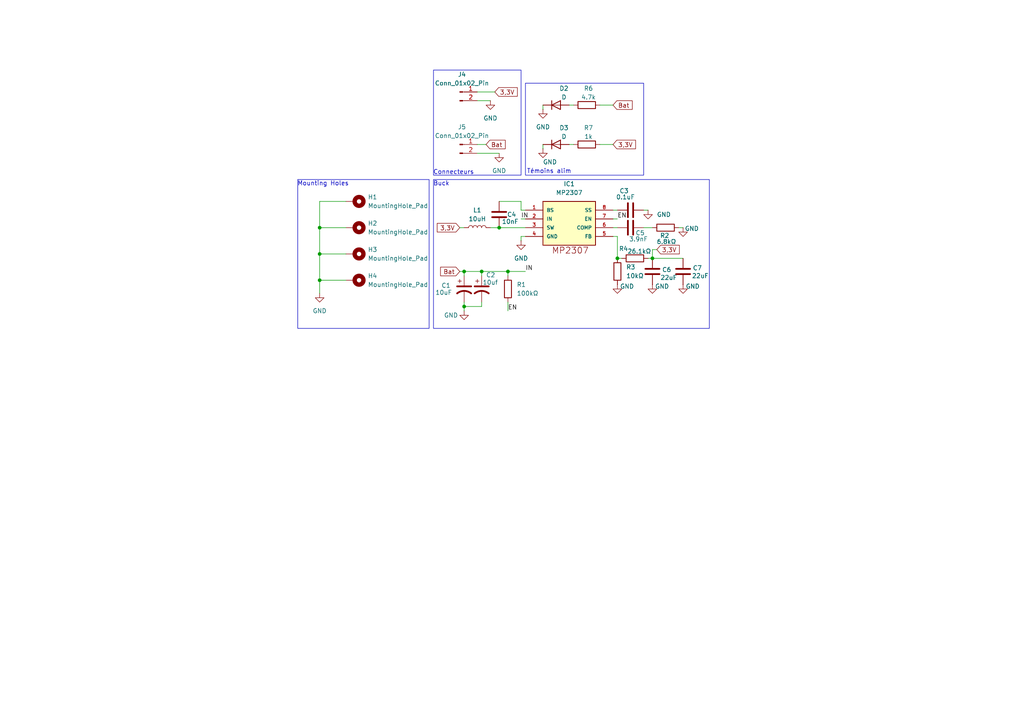
<source format=kicad_sch>
(kicad_sch
	(version 20250114)
	(generator "eeschema")
	(generator_version "9.0")
	(uuid "553e0674-9c30-430f-bc93-310a52aba8fd")
	(paper "A4")
	(lib_symbols
		(symbol "Connector:Conn_01x02_Pin"
			(pin_names
				(offset 1.016)
				(hide yes)
			)
			(exclude_from_sim no)
			(in_bom yes)
			(on_board yes)
			(property "Reference" "J"
				(at 0 2.54 0)
				(effects
					(font
						(size 1.27 1.27)
					)
				)
			)
			(property "Value" "Conn_01x02_Pin"
				(at 0 -5.08 0)
				(effects
					(font
						(size 1.27 1.27)
					)
				)
			)
			(property "Footprint" ""
				(at 0 0 0)
				(effects
					(font
						(size 1.27 1.27)
					)
					(hide yes)
				)
			)
			(property "Datasheet" "~"
				(at 0 0 0)
				(effects
					(font
						(size 1.27 1.27)
					)
					(hide yes)
				)
			)
			(property "Description" "Generic connector, single row, 01x02, script generated"
				(at 0 0 0)
				(effects
					(font
						(size 1.27 1.27)
					)
					(hide yes)
				)
			)
			(property "ki_locked" ""
				(at 0 0 0)
				(effects
					(font
						(size 1.27 1.27)
					)
				)
			)
			(property "ki_keywords" "connector"
				(at 0 0 0)
				(effects
					(font
						(size 1.27 1.27)
					)
					(hide yes)
				)
			)
			(property "ki_fp_filters" "Connector*:*_1x??_*"
				(at 0 0 0)
				(effects
					(font
						(size 1.27 1.27)
					)
					(hide yes)
				)
			)
			(symbol "Conn_01x02_Pin_1_1"
				(rectangle
					(start 0.8636 0.127)
					(end 0 -0.127)
					(stroke
						(width 0.1524)
						(type default)
					)
					(fill
						(type outline)
					)
				)
				(rectangle
					(start 0.8636 -2.413)
					(end 0 -2.667)
					(stroke
						(width 0.1524)
						(type default)
					)
					(fill
						(type outline)
					)
				)
				(polyline
					(pts
						(xy 1.27 0) (xy 0.8636 0)
					)
					(stroke
						(width 0.1524)
						(type default)
					)
					(fill
						(type none)
					)
				)
				(polyline
					(pts
						(xy 1.27 -2.54) (xy 0.8636 -2.54)
					)
					(stroke
						(width 0.1524)
						(type default)
					)
					(fill
						(type none)
					)
				)
				(pin passive line
					(at 5.08 0 180)
					(length 3.81)
					(name "Pin_1"
						(effects
							(font
								(size 1.27 1.27)
							)
						)
					)
					(number "1"
						(effects
							(font
								(size 1.27 1.27)
							)
						)
					)
				)
				(pin passive line
					(at 5.08 -2.54 180)
					(length 3.81)
					(name "Pin_2"
						(effects
							(font
								(size 1.27 1.27)
							)
						)
					)
					(number "2"
						(effects
							(font
								(size 1.27 1.27)
							)
						)
					)
				)
			)
			(embedded_fonts no)
		)
		(symbol "Device:C"
			(pin_numbers
				(hide yes)
			)
			(pin_names
				(offset 0.254)
			)
			(exclude_from_sim no)
			(in_bom yes)
			(on_board yes)
			(property "Reference" "C"
				(at 0.635 2.54 0)
				(effects
					(font
						(size 1.27 1.27)
					)
					(justify left)
				)
			)
			(property "Value" "C"
				(at 0.635 -2.54 0)
				(effects
					(font
						(size 1.27 1.27)
					)
					(justify left)
				)
			)
			(property "Footprint" ""
				(at 0.9652 -3.81 0)
				(effects
					(font
						(size 1.27 1.27)
					)
					(hide yes)
				)
			)
			(property "Datasheet" "~"
				(at 0 0 0)
				(effects
					(font
						(size 1.27 1.27)
					)
					(hide yes)
				)
			)
			(property "Description" "Unpolarized capacitor"
				(at 0 0 0)
				(effects
					(font
						(size 1.27 1.27)
					)
					(hide yes)
				)
			)
			(property "ki_keywords" "cap capacitor"
				(at 0 0 0)
				(effects
					(font
						(size 1.27 1.27)
					)
					(hide yes)
				)
			)
			(property "ki_fp_filters" "C_*"
				(at 0 0 0)
				(effects
					(font
						(size 1.27 1.27)
					)
					(hide yes)
				)
			)
			(symbol "C_0_1"
				(polyline
					(pts
						(xy -2.032 0.762) (xy 2.032 0.762)
					)
					(stroke
						(width 0.508)
						(type default)
					)
					(fill
						(type none)
					)
				)
				(polyline
					(pts
						(xy -2.032 -0.762) (xy 2.032 -0.762)
					)
					(stroke
						(width 0.508)
						(type default)
					)
					(fill
						(type none)
					)
				)
			)
			(symbol "C_1_1"
				(pin passive line
					(at 0 3.81 270)
					(length 2.794)
					(name "~"
						(effects
							(font
								(size 1.27 1.27)
							)
						)
					)
					(number "1"
						(effects
							(font
								(size 1.27 1.27)
							)
						)
					)
				)
				(pin passive line
					(at 0 -3.81 90)
					(length 2.794)
					(name "~"
						(effects
							(font
								(size 1.27 1.27)
							)
						)
					)
					(number "2"
						(effects
							(font
								(size 1.27 1.27)
							)
						)
					)
				)
			)
			(embedded_fonts no)
		)
		(symbol "Device:C_Polarized_US"
			(pin_numbers
				(hide yes)
			)
			(pin_names
				(offset 0.254)
				(hide yes)
			)
			(exclude_from_sim no)
			(in_bom yes)
			(on_board yes)
			(property "Reference" "C"
				(at 0.635 2.54 0)
				(effects
					(font
						(size 1.27 1.27)
					)
					(justify left)
				)
			)
			(property "Value" "C_Polarized_US"
				(at 0.635 -2.54 0)
				(effects
					(font
						(size 1.27 1.27)
					)
					(justify left)
				)
			)
			(property "Footprint" ""
				(at 0 0 0)
				(effects
					(font
						(size 1.27 1.27)
					)
					(hide yes)
				)
			)
			(property "Datasheet" "~"
				(at 0 0 0)
				(effects
					(font
						(size 1.27 1.27)
					)
					(hide yes)
				)
			)
			(property "Description" "Polarized capacitor, US symbol"
				(at 0 0 0)
				(effects
					(font
						(size 1.27 1.27)
					)
					(hide yes)
				)
			)
			(property "ki_keywords" "cap capacitor"
				(at 0 0 0)
				(effects
					(font
						(size 1.27 1.27)
					)
					(hide yes)
				)
			)
			(property "ki_fp_filters" "CP_*"
				(at 0 0 0)
				(effects
					(font
						(size 1.27 1.27)
					)
					(hide yes)
				)
			)
			(symbol "C_Polarized_US_0_1"
				(polyline
					(pts
						(xy -2.032 0.762) (xy 2.032 0.762)
					)
					(stroke
						(width 0.508)
						(type default)
					)
					(fill
						(type none)
					)
				)
				(polyline
					(pts
						(xy -1.778 2.286) (xy -0.762 2.286)
					)
					(stroke
						(width 0)
						(type default)
					)
					(fill
						(type none)
					)
				)
				(polyline
					(pts
						(xy -1.27 1.778) (xy -1.27 2.794)
					)
					(stroke
						(width 0)
						(type default)
					)
					(fill
						(type none)
					)
				)
				(arc
					(start -2.032 -1.27)
					(mid 0 -0.5572)
					(end 2.032 -1.27)
					(stroke
						(width 0.508)
						(type default)
					)
					(fill
						(type none)
					)
				)
			)
			(symbol "C_Polarized_US_1_1"
				(pin passive line
					(at 0 3.81 270)
					(length 2.794)
					(name "~"
						(effects
							(font
								(size 1.27 1.27)
							)
						)
					)
					(number "1"
						(effects
							(font
								(size 1.27 1.27)
							)
						)
					)
				)
				(pin passive line
					(at 0 -3.81 90)
					(length 3.302)
					(name "~"
						(effects
							(font
								(size 1.27 1.27)
							)
						)
					)
					(number "2"
						(effects
							(font
								(size 1.27 1.27)
							)
						)
					)
				)
			)
			(embedded_fonts no)
		)
		(symbol "Device:D"
			(pin_numbers
				(hide yes)
			)
			(pin_names
				(offset 1.016)
				(hide yes)
			)
			(exclude_from_sim no)
			(in_bom yes)
			(on_board yes)
			(property "Reference" "D"
				(at 0 2.54 0)
				(effects
					(font
						(size 1.27 1.27)
					)
				)
			)
			(property "Value" "D"
				(at 0 -2.54 0)
				(effects
					(font
						(size 1.27 1.27)
					)
				)
			)
			(property "Footprint" ""
				(at 0 0 0)
				(effects
					(font
						(size 1.27 1.27)
					)
					(hide yes)
				)
			)
			(property "Datasheet" "~"
				(at 0 0 0)
				(effects
					(font
						(size 1.27 1.27)
					)
					(hide yes)
				)
			)
			(property "Description" "Diode"
				(at 0 0 0)
				(effects
					(font
						(size 1.27 1.27)
					)
					(hide yes)
				)
			)
			(property "Sim.Device" "D"
				(at 0 0 0)
				(effects
					(font
						(size 1.27 1.27)
					)
					(hide yes)
				)
			)
			(property "Sim.Pins" "1=K 2=A"
				(at 0 0 0)
				(effects
					(font
						(size 1.27 1.27)
					)
					(hide yes)
				)
			)
			(property "ki_keywords" "diode"
				(at 0 0 0)
				(effects
					(font
						(size 1.27 1.27)
					)
					(hide yes)
				)
			)
			(property "ki_fp_filters" "TO-???* *_Diode_* *SingleDiode* D_*"
				(at 0 0 0)
				(effects
					(font
						(size 1.27 1.27)
					)
					(hide yes)
				)
			)
			(symbol "D_0_1"
				(polyline
					(pts
						(xy -1.27 1.27) (xy -1.27 -1.27)
					)
					(stroke
						(width 0.254)
						(type default)
					)
					(fill
						(type none)
					)
				)
				(polyline
					(pts
						(xy 1.27 1.27) (xy 1.27 -1.27) (xy -1.27 0) (xy 1.27 1.27)
					)
					(stroke
						(width 0.254)
						(type default)
					)
					(fill
						(type none)
					)
				)
				(polyline
					(pts
						(xy 1.27 0) (xy -1.27 0)
					)
					(stroke
						(width 0)
						(type default)
					)
					(fill
						(type none)
					)
				)
			)
			(symbol "D_1_1"
				(pin passive line
					(at -3.81 0 0)
					(length 2.54)
					(name "K"
						(effects
							(font
								(size 1.27 1.27)
							)
						)
					)
					(number "1"
						(effects
							(font
								(size 1.27 1.27)
							)
						)
					)
				)
				(pin passive line
					(at 3.81 0 180)
					(length 2.54)
					(name "A"
						(effects
							(font
								(size 1.27 1.27)
							)
						)
					)
					(number "2"
						(effects
							(font
								(size 1.27 1.27)
							)
						)
					)
				)
			)
			(embedded_fonts no)
		)
		(symbol "Device:L"
			(pin_numbers
				(hide yes)
			)
			(pin_names
				(offset 1.016)
				(hide yes)
			)
			(exclude_from_sim no)
			(in_bom yes)
			(on_board yes)
			(property "Reference" "L"
				(at -1.27 0 90)
				(effects
					(font
						(size 1.27 1.27)
					)
				)
			)
			(property "Value" "L"
				(at 1.905 0 90)
				(effects
					(font
						(size 1.27 1.27)
					)
				)
			)
			(property "Footprint" ""
				(at 0 0 0)
				(effects
					(font
						(size 1.27 1.27)
					)
					(hide yes)
				)
			)
			(property "Datasheet" "~"
				(at 0 0 0)
				(effects
					(font
						(size 1.27 1.27)
					)
					(hide yes)
				)
			)
			(property "Description" "Inductor"
				(at 0 0 0)
				(effects
					(font
						(size 1.27 1.27)
					)
					(hide yes)
				)
			)
			(property "ki_keywords" "inductor choke coil reactor magnetic"
				(at 0 0 0)
				(effects
					(font
						(size 1.27 1.27)
					)
					(hide yes)
				)
			)
			(property "ki_fp_filters" "Choke_* *Coil* Inductor_* L_*"
				(at 0 0 0)
				(effects
					(font
						(size 1.27 1.27)
					)
					(hide yes)
				)
			)
			(symbol "L_0_1"
				(arc
					(start 0 2.54)
					(mid 0.6323 1.905)
					(end 0 1.27)
					(stroke
						(width 0)
						(type default)
					)
					(fill
						(type none)
					)
				)
				(arc
					(start 0 1.27)
					(mid 0.6323 0.635)
					(end 0 0)
					(stroke
						(width 0)
						(type default)
					)
					(fill
						(type none)
					)
				)
				(arc
					(start 0 0)
					(mid 0.6323 -0.635)
					(end 0 -1.27)
					(stroke
						(width 0)
						(type default)
					)
					(fill
						(type none)
					)
				)
				(arc
					(start 0 -1.27)
					(mid 0.6323 -1.905)
					(end 0 -2.54)
					(stroke
						(width 0)
						(type default)
					)
					(fill
						(type none)
					)
				)
			)
			(symbol "L_1_1"
				(pin passive line
					(at 0 3.81 270)
					(length 1.27)
					(name "1"
						(effects
							(font
								(size 1.27 1.27)
							)
						)
					)
					(number "1"
						(effects
							(font
								(size 1.27 1.27)
							)
						)
					)
				)
				(pin passive line
					(at 0 -3.81 90)
					(length 1.27)
					(name "2"
						(effects
							(font
								(size 1.27 1.27)
							)
						)
					)
					(number "2"
						(effects
							(font
								(size 1.27 1.27)
							)
						)
					)
				)
			)
			(embedded_fonts no)
		)
		(symbol "Device:R"
			(pin_numbers
				(hide yes)
			)
			(pin_names
				(offset 0)
			)
			(exclude_from_sim no)
			(in_bom yes)
			(on_board yes)
			(property "Reference" "R"
				(at 2.032 0 90)
				(effects
					(font
						(size 1.27 1.27)
					)
				)
			)
			(property "Value" "R"
				(at 0 0 90)
				(effects
					(font
						(size 1.27 1.27)
					)
				)
			)
			(property "Footprint" ""
				(at -1.778 0 90)
				(effects
					(font
						(size 1.27 1.27)
					)
					(hide yes)
				)
			)
			(property "Datasheet" "~"
				(at 0 0 0)
				(effects
					(font
						(size 1.27 1.27)
					)
					(hide yes)
				)
			)
			(property "Description" "Resistor"
				(at 0 0 0)
				(effects
					(font
						(size 1.27 1.27)
					)
					(hide yes)
				)
			)
			(property "ki_keywords" "R res resistor"
				(at 0 0 0)
				(effects
					(font
						(size 1.27 1.27)
					)
					(hide yes)
				)
			)
			(property "ki_fp_filters" "R_*"
				(at 0 0 0)
				(effects
					(font
						(size 1.27 1.27)
					)
					(hide yes)
				)
			)
			(symbol "R_0_1"
				(rectangle
					(start -1.016 -2.54)
					(end 1.016 2.54)
					(stroke
						(width 0.254)
						(type default)
					)
					(fill
						(type none)
					)
				)
			)
			(symbol "R_1_1"
				(pin passive line
					(at 0 3.81 270)
					(length 1.27)
					(name "~"
						(effects
							(font
								(size 1.27 1.27)
							)
						)
					)
					(number "1"
						(effects
							(font
								(size 1.27 1.27)
							)
						)
					)
				)
				(pin passive line
					(at 0 -3.81 90)
					(length 1.27)
					(name "~"
						(effects
							(font
								(size 1.27 1.27)
							)
						)
					)
					(number "2"
						(effects
							(font
								(size 1.27 1.27)
							)
						)
					)
				)
			)
			(embedded_fonts no)
		)
		(symbol "MP2307_1"
			(pin_names
				(offset 1.016)
			)
			(exclude_from_sim no)
			(in_bom yes)
			(on_board yes)
			(property "Reference" "IC"
				(at 0 0 0)
				(effects
					(font
						(size 1.27 1.27)
					)
					(justify bottom)
				)
			)
			(property "Value" "MP2307"
				(at -5.08 7.62 0)
				(effects
					(font
						(size 1.27 1.27)
					)
					(justify left bottom)
				)
			)
			(property "Footprint" "MP2307:SO8-TH"
				(at 0 0 0)
				(effects
					(font
						(size 1.27 1.27)
					)
					(justify bottom)
					(hide yes)
				)
			)
			(property "Datasheet" ""
				(at 0 0 0)
				(effects
					(font
						(size 1.27 1.27)
					)
					(hide yes)
				)
			)
			(property "Description" ""
				(at 0 0 0)
				(effects
					(font
						(size 1.27 1.27)
					)
					(hide yes)
				)
			)
			(property "MF" "Monolithic Power"
				(at 0 0 0)
				(effects
					(font
						(size 1.27 1.27)
					)
					(justify bottom)
					(hide yes)
				)
			)
			(property "Description_1" "Buck Switching Regulator IC Positive Adjustable 0.925V 1 Output 3A 8-SOIC (0.154, 3.90mm Width) Exposed Pad"
				(at 0 0 0)
				(effects
					(font
						(size 1.27 1.27)
					)
					(justify bottom)
					(hide yes)
				)
			)
			(property "Package" "SOIC-8 Monolithic Power"
				(at 0 0 0)
				(effects
					(font
						(size 1.27 1.27)
					)
					(justify bottom)
					(hide yes)
				)
			)
			(property "Price" "None"
				(at 0 0 0)
				(effects
					(font
						(size 1.27 1.27)
					)
					(justify bottom)
					(hide yes)
				)
			)
			(property "SnapEDA_Link" "https://www.snapeda.com/parts/MP2307/Monolithic+Power+Systems/view-part/?ref=snap"
				(at 0 0 0)
				(effects
					(font
						(size 1.27 1.27)
					)
					(justify bottom)
					(hide yes)
				)
			)
			(property "MP" "MP2307"
				(at 0 0 0)
				(effects
					(font
						(size 1.27 1.27)
					)
					(justify bottom)
					(hide yes)
				)
			)
			(property "Availability" "Not in stock"
				(at 0 0 0)
				(effects
					(font
						(size 1.27 1.27)
					)
					(justify bottom)
					(hide yes)
				)
			)
			(property "Check_prices" "https://www.snapeda.com/parts/MP2307/Monolithic+Power+Systems/view-part/?ref=eda"
				(at 0 0 0)
				(effects
					(font
						(size 1.27 1.27)
					)
					(justify bottom)
					(hide yes)
				)
			)
			(symbol "MP2307_1_0_0"
				(rectangle
					(start -7.62 -5.08)
					(end 7.62 7.62)
					(stroke
						(width 0.254)
						(type default)
					)
					(fill
						(type background)
					)
				)
				(text "MP2307"
					(at -5.08 -7.62 0)
					(effects
						(font
							(size 1.778 1.778)
						)
						(justify left bottom)
					)
				)
				(pin bidirectional line
					(at -12.7 5.08 0)
					(length 5.08)
					(name "BS"
						(effects
							(font
								(size 1.016 1.016)
							)
						)
					)
					(number "1"
						(effects
							(font
								(size 1.016 1.016)
							)
						)
					)
				)
				(pin bidirectional line
					(at -12.7 2.54 0)
					(length 5.08)
					(name "IN"
						(effects
							(font
								(size 1.016 1.016)
							)
						)
					)
					(number "2"
						(effects
							(font
								(size 1.016 1.016)
							)
						)
					)
				)
				(pin bidirectional line
					(at -12.7 0 0)
					(length 5.08)
					(name "SW"
						(effects
							(font
								(size 1.016 1.016)
							)
						)
					)
					(number "3"
						(effects
							(font
								(size 1.016 1.016)
							)
						)
					)
				)
				(pin bidirectional line
					(at -12.7 -2.54 0)
					(length 5.08)
					(name "GND"
						(effects
							(font
								(size 1.016 1.016)
							)
						)
					)
					(number "4"
						(effects
							(font
								(size 1.016 1.016)
							)
						)
					)
				)
				(pin bidirectional line
					(at 12.7 5.08 180)
					(length 5.08)
					(name "SS"
						(effects
							(font
								(size 1.016 1.016)
							)
						)
					)
					(number "8"
						(effects
							(font
								(size 1.016 1.016)
							)
						)
					)
				)
				(pin bidirectional line
					(at 12.7 2.54 180)
					(length 5.08)
					(name "EN"
						(effects
							(font
								(size 1.016 1.016)
							)
						)
					)
					(number "7"
						(effects
							(font
								(size 1.016 1.016)
							)
						)
					)
				)
				(pin bidirectional line
					(at 12.7 0 180)
					(length 5.08)
					(name "COMP"
						(effects
							(font
								(size 1.016 1.016)
							)
						)
					)
					(number "6"
						(effects
							(font
								(size 1.016 1.016)
							)
						)
					)
				)
				(pin bidirectional line
					(at 12.7 -2.54 180)
					(length 5.08)
					(name "FB"
						(effects
							(font
								(size 1.016 1.016)
							)
						)
					)
					(number "5"
						(effects
							(font
								(size 1.016 1.016)
							)
						)
					)
				)
			)
			(embedded_fonts no)
		)
		(symbol "Mechanical:MountingHole_Pad"
			(pin_numbers
				(hide yes)
			)
			(pin_names
				(offset 1.016)
				(hide yes)
			)
			(exclude_from_sim no)
			(in_bom no)
			(on_board yes)
			(property "Reference" "H"
				(at 0 6.35 0)
				(effects
					(font
						(size 1.27 1.27)
					)
				)
			)
			(property "Value" "MountingHole_Pad"
				(at 0 4.445 0)
				(effects
					(font
						(size 1.27 1.27)
					)
				)
			)
			(property "Footprint" ""
				(at 0 0 0)
				(effects
					(font
						(size 1.27 1.27)
					)
					(hide yes)
				)
			)
			(property "Datasheet" "~"
				(at 0 0 0)
				(effects
					(font
						(size 1.27 1.27)
					)
					(hide yes)
				)
			)
			(property "Description" "Mounting Hole with connection"
				(at 0 0 0)
				(effects
					(font
						(size 1.27 1.27)
					)
					(hide yes)
				)
			)
			(property "ki_keywords" "mounting hole"
				(at 0 0 0)
				(effects
					(font
						(size 1.27 1.27)
					)
					(hide yes)
				)
			)
			(property "ki_fp_filters" "MountingHole*Pad*"
				(at 0 0 0)
				(effects
					(font
						(size 1.27 1.27)
					)
					(hide yes)
				)
			)
			(symbol "MountingHole_Pad_0_1"
				(circle
					(center 0 1.27)
					(radius 1.27)
					(stroke
						(width 1.27)
						(type default)
					)
					(fill
						(type none)
					)
				)
			)
			(symbol "MountingHole_Pad_1_1"
				(pin input line
					(at 0 -2.54 90)
					(length 2.54)
					(name "1"
						(effects
							(font
								(size 1.27 1.27)
							)
						)
					)
					(number "1"
						(effects
							(font
								(size 1.27 1.27)
							)
						)
					)
				)
			)
			(embedded_fonts no)
		)
		(symbol "power:GND"
			(power)
			(pin_numbers
				(hide yes)
			)
			(pin_names
				(offset 0)
				(hide yes)
			)
			(exclude_from_sim no)
			(in_bom yes)
			(on_board yes)
			(property "Reference" "#PWR"
				(at 0 -6.35 0)
				(effects
					(font
						(size 1.27 1.27)
					)
					(hide yes)
				)
			)
			(property "Value" "GND"
				(at 0 -3.81 0)
				(effects
					(font
						(size 1.27 1.27)
					)
				)
			)
			(property "Footprint" ""
				(at 0 0 0)
				(effects
					(font
						(size 1.27 1.27)
					)
					(hide yes)
				)
			)
			(property "Datasheet" ""
				(at 0 0 0)
				(effects
					(font
						(size 1.27 1.27)
					)
					(hide yes)
				)
			)
			(property "Description" "Power symbol creates a global label with name \"GND\" , ground"
				(at 0 0 0)
				(effects
					(font
						(size 1.27 1.27)
					)
					(hide yes)
				)
			)
			(property "ki_keywords" "global power"
				(at 0 0 0)
				(effects
					(font
						(size 1.27 1.27)
					)
					(hide yes)
				)
			)
			(symbol "GND_0_1"
				(polyline
					(pts
						(xy 0 0) (xy 0 -1.27) (xy 1.27 -1.27) (xy 0 -2.54) (xy -1.27 -1.27) (xy 0 -1.27)
					)
					(stroke
						(width 0)
						(type default)
					)
					(fill
						(type none)
					)
				)
			)
			(symbol "GND_1_1"
				(pin power_in line
					(at 0 0 270)
					(length 0)
					(name "~"
						(effects
							(font
								(size 1.27 1.27)
							)
						)
					)
					(number "1"
						(effects
							(font
								(size 1.27 1.27)
							)
						)
					)
				)
			)
			(embedded_fonts no)
		)
	)
	(rectangle
		(start 125.73 20.32)
		(end 151.13 50.8)
		(stroke
			(width 0)
			(type default)
		)
		(fill
			(type none)
		)
		(uuid 049feca3-2949-4c4a-9d98-a856894acc23)
	)
	(rectangle
		(start 152.4 24.13)
		(end 186.69 50.8)
		(stroke
			(width 0)
			(type default)
		)
		(fill
			(type none)
		)
		(uuid 49b56d4f-fb9f-49e5-8e43-8a16024c4e3f)
	)
	(rectangle
		(start 86.36 52.07)
		(end 124.46 95.25)
		(stroke
			(width 0)
			(type default)
		)
		(fill
			(type none)
		)
		(uuid b1bb9a4c-b5e4-4edc-80ca-7846a4571956)
	)
	(rectangle
		(start 125.73 52.07)
		(end 205.74 95.25)
		(stroke
			(width 0)
			(type default)
		)
		(fill
			(type none)
		)
		(uuid f5444c5f-36c2-433b-99d1-b8aa9b6a64e4)
	)
	(text "Connecteurs"
		(exclude_from_sim no)
		(at 131.572 50.038 0)
		(effects
			(font
				(size 1.27 1.27)
			)
		)
		(uuid "6f0163d4-2331-4fbb-a35f-4e1bf77cab53")
	)
	(text "Buck"
		(exclude_from_sim no)
		(at 128.016 53.34 0)
		(effects
			(font
				(size 1.27 1.27)
			)
		)
		(uuid "80ece08e-a00e-4d2a-932c-b1e2d8c806fa")
	)
	(text "Mounting Holes"
		(exclude_from_sim no)
		(at 93.726 53.34 0)
		(effects
			(font
				(size 1.27 1.27)
			)
		)
		(uuid "cd413912-ad17-4637-806c-0aa36d4ae66e")
	)
	(text "Témoins alim"
		(exclude_from_sim no)
		(at 159.258 49.784 0)
		(effects
			(font
				(size 1.27 1.27)
			)
		)
		(uuid "d2cf6a2a-12f0-4ef6-819b-b4f219b3ca3b")
	)
	(junction
		(at 189.23 74.93)
		(diameter 0)
		(color 0 0 0 0)
		(uuid "08ba6819-8381-4dfc-bc92-a4482c02589d")
	)
	(junction
		(at 92.71 66.04)
		(diameter 0)
		(color 0 0 0 0)
		(uuid "1ba79e5e-6fbf-425a-a2e2-71efb0afa3ee")
	)
	(junction
		(at 147.32 78.74)
		(diameter 0)
		(color 0 0 0 0)
		(uuid "20f21985-09bd-4685-bef5-f01abc059c0c")
	)
	(junction
		(at 92.71 81.28)
		(diameter 0)
		(color 0 0 0 0)
		(uuid "2cbf3f55-157a-4498-931b-7695b4759e3c")
	)
	(junction
		(at 144.78 66.04)
		(diameter 0)
		(color 0 0 0 0)
		(uuid "3a77574c-b865-49c2-be76-fdc0caf575c0")
	)
	(junction
		(at 134.62 88.9)
		(diameter 0)
		(color 0 0 0 0)
		(uuid "53a7ceb3-31ed-426d-978d-03e5421b1b6c")
	)
	(junction
		(at 134.62 78.74)
		(diameter 0)
		(color 0 0 0 0)
		(uuid "6257de26-e6fb-4cf6-9853-ad91ec01af0b")
	)
	(junction
		(at 179.07 74.93)
		(diameter 0)
		(color 0 0 0 0)
		(uuid "79cfc34a-6d65-4196-a751-3113e9c9c9b7")
	)
	(junction
		(at 92.71 73.66)
		(diameter 0)
		(color 0 0 0 0)
		(uuid "dfa710e1-9c2f-4303-a6bb-941cb3d6f611")
	)
	(junction
		(at 139.7 78.74)
		(diameter 0)
		(color 0 0 0 0)
		(uuid "f0ef0c59-4318-4883-ae04-033af6bfdd5e")
	)
	(wire
		(pts
			(xy 196.85 66.04) (xy 198.12 66.04)
		)
		(stroke
			(width 0)
			(type default)
		)
		(uuid "065b9aa6-49b7-490a-bbf2-b7d65652b608")
	)
	(wire
		(pts
			(xy 166.37 41.91) (xy 165.1 41.91)
		)
		(stroke
			(width 0)
			(type default)
		)
		(uuid "0a9f0bce-b9bf-4d65-9b79-2fa3f4b54917")
	)
	(wire
		(pts
			(xy 151.13 63.5) (xy 152.4 63.5)
		)
		(stroke
			(width 0)
			(type default)
		)
		(uuid "0beb386d-ca40-4aa5-bf7c-64fcbf617854")
	)
	(wire
		(pts
			(xy 142.24 66.04) (xy 144.78 66.04)
		)
		(stroke
			(width 0)
			(type default)
		)
		(uuid "0d1ec10e-c90b-4047-ba56-bfdfc3b314e8")
	)
	(wire
		(pts
			(xy 92.71 73.66) (xy 100.33 73.66)
		)
		(stroke
			(width 0)
			(type default)
		)
		(uuid "21a20b5a-661d-4915-af2f-a2d6dfc2a8dd")
	)
	(wire
		(pts
			(xy 92.71 58.42) (xy 92.71 66.04)
		)
		(stroke
			(width 0)
			(type default)
		)
		(uuid "22e5cef7-9588-4576-a0a5-36a4c37de63c")
	)
	(wire
		(pts
			(xy 151.13 69.85) (xy 151.13 68.58)
		)
		(stroke
			(width 0)
			(type default)
		)
		(uuid "2a29cf71-c751-4fbd-b0d1-9f835854fd2c")
	)
	(wire
		(pts
			(xy 190.5 72.39) (xy 189.23 72.39)
		)
		(stroke
			(width 0)
			(type default)
		)
		(uuid "32e18c81-66a0-4f07-b92d-ce78d467f4b7")
	)
	(wire
		(pts
			(xy 134.62 90.17) (xy 134.62 88.9)
		)
		(stroke
			(width 0)
			(type default)
		)
		(uuid "35875c2f-3e2a-4e23-940c-adb32045de1a")
	)
	(wire
		(pts
			(xy 189.23 72.39) (xy 189.23 74.93)
		)
		(stroke
			(width 0)
			(type default)
		)
		(uuid "39732f12-5598-48e2-bf61-acc0f2b40ffc")
	)
	(wire
		(pts
			(xy 92.71 73.66) (xy 92.71 81.28)
		)
		(stroke
			(width 0)
			(type default)
		)
		(uuid "458f4566-13b5-4209-a591-51f956a2f258")
	)
	(wire
		(pts
			(xy 139.7 88.9) (xy 134.62 88.9)
		)
		(stroke
			(width 0)
			(type default)
		)
		(uuid "47613213-e4de-43b2-b6f3-716d014ed8ee")
	)
	(wire
		(pts
			(xy 186.69 66.04) (xy 189.23 66.04)
		)
		(stroke
			(width 0)
			(type default)
		)
		(uuid "481ac265-c510-48ee-8e55-644fd517aafd")
	)
	(wire
		(pts
			(xy 177.8 68.58) (xy 179.07 68.58)
		)
		(stroke
			(width 0)
			(type default)
		)
		(uuid "492bbb3b-d8f6-4904-8cd0-5fdc983a05ba")
	)
	(wire
		(pts
			(xy 144.78 66.04) (xy 152.4 66.04)
		)
		(stroke
			(width 0)
			(type default)
		)
		(uuid "50483d23-a928-4792-b55b-ad3909405f64")
	)
	(wire
		(pts
			(xy 179.07 63.5) (xy 177.8 63.5)
		)
		(stroke
			(width 0)
			(type default)
		)
		(uuid "551038ee-79aa-4c85-9b3b-5d4c4ba55b97")
	)
	(wire
		(pts
			(xy 179.07 68.58) (xy 179.07 74.93)
		)
		(stroke
			(width 0)
			(type default)
		)
		(uuid "5593c3be-1c50-4ff2-843c-0c5afcb868c6")
	)
	(wire
		(pts
			(xy 133.35 66.04) (xy 134.62 66.04)
		)
		(stroke
			(width 0)
			(type default)
		)
		(uuid "566cb256-81e4-438a-8be0-42770f742f1c")
	)
	(wire
		(pts
			(xy 151.13 58.42) (xy 151.13 60.96)
		)
		(stroke
			(width 0)
			(type default)
		)
		(uuid "5ac6bcec-6fcc-4253-9c5b-8facdcbe3b6c")
	)
	(wire
		(pts
			(xy 140.97 41.91) (xy 138.43 41.91)
		)
		(stroke
			(width 0)
			(type default)
		)
		(uuid "5beaa453-99d5-4aee-add5-5b2dd42734d3")
	)
	(wire
		(pts
			(xy 138.43 44.45) (xy 144.78 44.45)
		)
		(stroke
			(width 0)
			(type default)
		)
		(uuid "61e578a6-d426-4de8-8431-01e3cf4a0cce")
	)
	(wire
		(pts
			(xy 157.48 43.18) (xy 157.48 41.91)
		)
		(stroke
			(width 0)
			(type default)
		)
		(uuid "662bc69d-c2de-4e5c-bbc3-b6488eba13a6")
	)
	(wire
		(pts
			(xy 133.35 78.74) (xy 134.62 78.74)
		)
		(stroke
			(width 0)
			(type default)
		)
		(uuid "6691c56e-7b03-401b-83f1-adfc1510077e")
	)
	(wire
		(pts
			(xy 179.07 60.96) (xy 177.8 60.96)
		)
		(stroke
			(width 0)
			(type default)
		)
		(uuid "6b43c371-27a6-4054-96a3-de82a3e51505")
	)
	(wire
		(pts
			(xy 189.23 74.93) (xy 198.12 74.93)
		)
		(stroke
			(width 0)
			(type default)
		)
		(uuid "708f1f0f-187b-454a-aa9e-f8caa7297361")
	)
	(wire
		(pts
			(xy 151.13 68.58) (xy 152.4 68.58)
		)
		(stroke
			(width 0)
			(type default)
		)
		(uuid "718f792d-4008-4625-ad95-0b8140810ac1")
	)
	(wire
		(pts
			(xy 151.13 60.96) (xy 152.4 60.96)
		)
		(stroke
			(width 0)
			(type default)
		)
		(uuid "734af8b6-4197-4981-a2c7-11661b9c1bb9")
	)
	(wire
		(pts
			(xy 177.8 66.04) (xy 179.07 66.04)
		)
		(stroke
			(width 0)
			(type default)
		)
		(uuid "7384fb00-1ef8-4d5b-8a8e-9a0917f324ae")
	)
	(wire
		(pts
			(xy 187.96 60.96) (xy 186.69 60.96)
		)
		(stroke
			(width 0)
			(type default)
		)
		(uuid "77e21530-9c85-43eb-8d8d-3eaf49bb1682")
	)
	(wire
		(pts
			(xy 147.32 78.74) (xy 147.32 80.01)
		)
		(stroke
			(width 0)
			(type default)
		)
		(uuid "87838229-f55d-45c4-86b6-59f944e263bd")
	)
	(wire
		(pts
			(xy 139.7 80.01) (xy 139.7 78.74)
		)
		(stroke
			(width 0)
			(type default)
		)
		(uuid "98613e62-1f3b-4c0a-91ef-61778c466a4a")
	)
	(wire
		(pts
			(xy 143.51 26.67) (xy 138.43 26.67)
		)
		(stroke
			(width 0)
			(type default)
		)
		(uuid "a2b5b99f-c3f9-4ada-b2a9-87ed9e6b84b3")
	)
	(wire
		(pts
			(xy 92.71 66.04) (xy 100.33 66.04)
		)
		(stroke
			(width 0)
			(type default)
		)
		(uuid "a384f3a4-797a-4e9c-9517-b3a2e68cd0e8")
	)
	(wire
		(pts
			(xy 92.71 66.04) (xy 92.71 73.66)
		)
		(stroke
			(width 0)
			(type default)
		)
		(uuid "a6666dc0-a9fb-40c7-8603-c755c7170283")
	)
	(wire
		(pts
			(xy 100.33 58.42) (xy 92.71 58.42)
		)
		(stroke
			(width 0)
			(type default)
		)
		(uuid "a97e4190-cced-4c88-9bda-8597028ee8fb")
	)
	(wire
		(pts
			(xy 134.62 88.9) (xy 134.62 87.63)
		)
		(stroke
			(width 0)
			(type default)
		)
		(uuid "af84d912-943b-43d0-9dbb-aa1f559f2845")
	)
	(wire
		(pts
			(xy 166.37 30.48) (xy 165.1 30.48)
		)
		(stroke
			(width 0)
			(type default)
		)
		(uuid "bf559787-6985-43cd-b329-4e0bbad6adb8")
	)
	(wire
		(pts
			(xy 179.07 74.93) (xy 180.34 74.93)
		)
		(stroke
			(width 0)
			(type default)
		)
		(uuid "bf9f3b8a-d7f0-4811-b149-e704301bb243")
	)
	(wire
		(pts
			(xy 92.71 81.28) (xy 92.71 85.09)
		)
		(stroke
			(width 0)
			(type default)
		)
		(uuid "c6316d35-e524-496e-a616-5ad489bd7963")
	)
	(wire
		(pts
			(xy 139.7 87.63) (xy 139.7 88.9)
		)
		(stroke
			(width 0)
			(type default)
		)
		(uuid "ccd426ff-d8b5-4a4c-93f1-ae8cd3d81b36")
	)
	(wire
		(pts
			(xy 177.8 41.91) (xy 173.99 41.91)
		)
		(stroke
			(width 0)
			(type default)
		)
		(uuid "d48afc6e-d90b-485e-aaf5-cdcec58d8e34")
	)
	(wire
		(pts
			(xy 139.7 78.74) (xy 147.32 78.74)
		)
		(stroke
			(width 0)
			(type default)
		)
		(uuid "d82f87c5-d357-43e2-acd5-4afb7760de3a")
	)
	(wire
		(pts
			(xy 177.8 30.48) (xy 173.99 30.48)
		)
		(stroke
			(width 0)
			(type default)
		)
		(uuid "d8f53ed0-329c-4fea-bf84-a38b6b8b7b13")
	)
	(wire
		(pts
			(xy 139.7 78.74) (xy 134.62 78.74)
		)
		(stroke
			(width 0)
			(type default)
		)
		(uuid "dc16839e-4342-4a20-9191-e1c26cf86ebc")
	)
	(wire
		(pts
			(xy 147.32 87.63) (xy 147.32 90.17)
		)
		(stroke
			(width 0)
			(type default)
		)
		(uuid "dcf648fa-4da5-4f5b-b0e2-4c31b13c06d0")
	)
	(wire
		(pts
			(xy 134.62 78.74) (xy 134.62 80.01)
		)
		(stroke
			(width 0)
			(type default)
		)
		(uuid "dd42decb-c64d-441b-ba90-83fdf60bc43c")
	)
	(wire
		(pts
			(xy 144.78 58.42) (xy 151.13 58.42)
		)
		(stroke
			(width 0)
			(type default)
		)
		(uuid "dfa41c49-4d73-44fe-be82-eb82e2245da9")
	)
	(wire
		(pts
			(xy 147.32 78.74) (xy 152.4 78.74)
		)
		(stroke
			(width 0)
			(type default)
		)
		(uuid "e5e3af46-04e0-42af-b50a-da5c5a410394")
	)
	(wire
		(pts
			(xy 157.48 31.75) (xy 157.48 30.48)
		)
		(stroke
			(width 0)
			(type default)
		)
		(uuid "f0fa2fbd-a4fc-480a-9242-a3a326b6e4fe")
	)
	(wire
		(pts
			(xy 92.71 81.28) (xy 100.33 81.28)
		)
		(stroke
			(width 0)
			(type default)
		)
		(uuid "f46d0bcf-c388-4411-8912-2d18410fac0d")
	)
	(wire
		(pts
			(xy 138.43 29.21) (xy 142.24 29.21)
		)
		(stroke
			(width 0)
			(type default)
		)
		(uuid "f4dde105-8d4a-4ab2-a464-58aca1d600cf")
	)
	(wire
		(pts
			(xy 187.96 74.93) (xy 189.23 74.93)
		)
		(stroke
			(width 0)
			(type default)
		)
		(uuid "fad58458-de49-4e4d-b2be-516fad719347")
	)
	(label "EN"
		(at 179.07 63.5 0)
		(effects
			(font
				(size 1.27 1.27)
			)
			(justify left bottom)
		)
		(uuid "1a7940b9-9536-4f67-ba39-24fc7a94e95f")
	)
	(label "IN"
		(at 151.13 63.5 0)
		(effects
			(font
				(size 1.27 1.27)
			)
			(justify left bottom)
		)
		(uuid "44366588-7a48-4b4e-b7ad-e81d040ae715")
	)
	(label "EN"
		(at 147.32 90.17 0)
		(effects
			(font
				(size 1.27 1.27)
			)
			(justify left bottom)
		)
		(uuid "53d5c45f-0674-45a4-b5b6-c167e3aa1a30")
	)
	(label "IN"
		(at 152.4 78.74 0)
		(effects
			(font
				(size 1.27 1.27)
			)
			(justify left bottom)
		)
		(uuid "aeac03d9-3ba3-4454-ba7b-5a3fe4a79b61")
	)
	(global_label "Bat"
		(shape input)
		(at 177.8 30.48 0)
		(fields_autoplaced yes)
		(effects
			(font
				(size 1.27 1.27)
			)
			(justify left)
		)
		(uuid "134bdf28-fe40-4834-8ed7-fbba2238991b")
		(property "Intersheetrefs" "${INTERSHEET_REFS}"
			(at 183.9299 30.48 0)
			(effects
				(font
					(size 1.27 1.27)
				)
				(justify left)
				(hide yes)
			)
		)
	)
	(global_label "Bat"
		(shape input)
		(at 133.35 78.74 180)
		(fields_autoplaced yes)
		(effects
			(font
				(size 1.27 1.27)
			)
			(justify right)
		)
		(uuid "2d5b4fc8-efae-455d-a64e-04aa3f4f8ae8")
		(property "Intersheetrefs" "${INTERSHEET_REFS}"
			(at 127.2201 78.74 0)
			(effects
				(font
					(size 1.27 1.27)
				)
				(justify right)
				(hide yes)
			)
		)
	)
	(global_label "3,3V"
		(shape input)
		(at 133.35 66.04 180)
		(fields_autoplaced yes)
		(effects
			(font
				(size 1.27 1.27)
			)
			(justify right)
		)
		(uuid "3ddb637b-bb22-4692-8101-c7d60825c137")
		(property "Intersheetrefs" "${INTERSHEET_REFS}"
			(at 126.2524 66.04 0)
			(effects
				(font
					(size 1.27 1.27)
				)
				(justify right)
				(hide yes)
			)
		)
	)
	(global_label "3,3V"
		(shape input)
		(at 190.5 72.39 0)
		(fields_autoplaced yes)
		(effects
			(font
				(size 1.27 1.27)
			)
			(justify left)
		)
		(uuid "588f64a5-3cc0-4130-9136-28c0a71bff09")
		(property "Intersheetrefs" "${INTERSHEET_REFS}"
			(at 197.5976 72.39 0)
			(effects
				(font
					(size 1.27 1.27)
				)
				(justify left)
				(hide yes)
			)
		)
	)
	(global_label "3,3V"
		(shape input)
		(at 177.8 41.91 0)
		(fields_autoplaced yes)
		(effects
			(font
				(size 1.27 1.27)
			)
			(justify left)
		)
		(uuid "a8d1f7f1-9679-435c-a85f-031d6d1b8ef6")
		(property "Intersheetrefs" "${INTERSHEET_REFS}"
			(at 184.8976 41.91 0)
			(effects
				(font
					(size 1.27 1.27)
				)
				(justify left)
				(hide yes)
			)
		)
	)
	(global_label "3,3V"
		(shape input)
		(at 143.51 26.67 0)
		(fields_autoplaced yes)
		(effects
			(font
				(size 1.27 1.27)
			)
			(justify left)
		)
		(uuid "e9327e83-07de-4d95-9145-cfd0b9f6133e")
		(property "Intersheetrefs" "${INTERSHEET_REFS}"
			(at 150.6076 26.67 0)
			(effects
				(font
					(size 1.27 1.27)
				)
				(justify left)
				(hide yes)
			)
		)
	)
	(global_label "Bat"
		(shape input)
		(at 140.97 41.91 0)
		(fields_autoplaced yes)
		(effects
			(font
				(size 1.27 1.27)
			)
			(justify left)
		)
		(uuid "e9d4c1b4-8e63-4cbb-8a63-73057c5ebd9f")
		(property "Intersheetrefs" "${INTERSHEET_REFS}"
			(at 147.0999 41.91 0)
			(effects
				(font
					(size 1.27 1.27)
				)
				(justify left)
				(hide yes)
			)
		)
	)
	(symbol
		(lib_id "power:GND")
		(at 151.13 69.85 0)
		(unit 1)
		(exclude_from_sim no)
		(in_bom yes)
		(on_board yes)
		(dnp no)
		(fields_autoplaced yes)
		(uuid "1097e6e4-55a0-423d-b6c6-4e51134bcaf8")
		(property "Reference" "#PWR03"
			(at 151.13 76.2 0)
			(effects
				(font
					(size 1.27 1.27)
				)
				(hide yes)
			)
		)
		(property "Value" "GND"
			(at 151.13 74.93 0)
			(effects
				(font
					(size 1.27 1.27)
				)
			)
		)
		(property "Footprint" ""
			(at 151.13 69.85 0)
			(effects
				(font
					(size 1.27 1.27)
				)
				(hide yes)
			)
		)
		(property "Datasheet" ""
			(at 151.13 69.85 0)
			(effects
				(font
					(size 1.27 1.27)
				)
				(hide yes)
			)
		)
		(property "Description" "Power symbol creates a global label with name \"GND\" , ground"
			(at 151.13 69.85 0)
			(effects
				(font
					(size 1.27 1.27)
				)
				(hide yes)
			)
		)
		(pin "1"
			(uuid "64dd7134-179d-49c4-b588-2f42394466e0")
		)
		(instances
			(project "Puissance"
				(path "/553e0674-9c30-430f-bc93-310a52aba8fd"
					(reference "#PWR03")
					(unit 1)
				)
			)
		)
	)
	(symbol
		(lib_id "power:GND")
		(at 157.48 43.18 0)
		(unit 1)
		(exclude_from_sim no)
		(in_bom yes)
		(on_board yes)
		(dnp no)
		(uuid "1537ea94-1eaf-4653-9554-62b6f8a8d6cf")
		(property "Reference" "#PWR011"
			(at 157.48 49.53 0)
			(effects
				(font
					(size 1.27 1.27)
				)
				(hide yes)
			)
		)
		(property "Value" "GND"
			(at 159.512 46.99 0)
			(effects
				(font
					(size 1.27 1.27)
				)
			)
		)
		(property "Footprint" ""
			(at 157.48 43.18 0)
			(effects
				(font
					(size 1.27 1.27)
				)
				(hide yes)
			)
		)
		(property "Datasheet" ""
			(at 157.48 43.18 0)
			(effects
				(font
					(size 1.27 1.27)
				)
				(hide yes)
			)
		)
		(property "Description" "Power symbol creates a global label with name \"GND\" , ground"
			(at 157.48 43.18 0)
			(effects
				(font
					(size 1.27 1.27)
				)
				(hide yes)
			)
		)
		(pin "1"
			(uuid "5a034c09-3099-418d-b5ea-00879dc64282")
		)
		(instances
			(project "Puissance"
				(path "/553e0674-9c30-430f-bc93-310a52aba8fd"
					(reference "#PWR011")
					(unit 1)
				)
			)
		)
	)
	(symbol
		(lib_id "Mechanical:MountingHole_Pad")
		(at 102.87 81.28 270)
		(unit 1)
		(exclude_from_sim no)
		(in_bom no)
		(on_board yes)
		(dnp no)
		(fields_autoplaced yes)
		(uuid "339de117-6173-41d0-9161-eec1481a25b1")
		(property "Reference" "H4"
			(at 106.68 80.0099 90)
			(effects
				(font
					(size 1.27 1.27)
				)
				(justify left)
			)
		)
		(property "Value" "MountingHole_Pad"
			(at 106.68 82.5499 90)
			(effects
				(font
					(size 1.27 1.27)
				)
				(justify left)
			)
		)
		(property "Footprint" "MountingHole:MountingHole_3.2mm_M3_DIN965_Pad"
			(at 102.87 81.28 0)
			(effects
				(font
					(size 1.27 1.27)
				)
				(hide yes)
			)
		)
		(property "Datasheet" "~"
			(at 102.87 81.28 0)
			(effects
				(font
					(size 1.27 1.27)
				)
				(hide yes)
			)
		)
		(property "Description" "Mounting Hole with connection"
			(at 102.87 81.28 0)
			(effects
				(font
					(size 1.27 1.27)
				)
				(hide yes)
			)
		)
		(pin "1"
			(uuid "1f206264-2999-4292-a5d9-f99f14be8d26")
		)
		(instances
			(project "Puissance"
				(path "/553e0674-9c30-430f-bc93-310a52aba8fd"
					(reference "H4")
					(unit 1)
				)
			)
		)
	)
	(symbol
		(lib_id "power:GND")
		(at 187.96 60.96 0)
		(unit 1)
		(exclude_from_sim no)
		(in_bom yes)
		(on_board yes)
		(dnp no)
		(fields_autoplaced yes)
		(uuid "33c4f141-8ba9-48f9-8a16-2822db612b16")
		(property "Reference" "#PWR02"
			(at 187.96 67.31 0)
			(effects
				(font
					(size 1.27 1.27)
				)
				(hide yes)
			)
		)
		(property "Value" "GND"
			(at 190.5 62.2299 0)
			(effects
				(font
					(size 1.27 1.27)
				)
				(justify left)
			)
		)
		(property "Footprint" ""
			(at 187.96 60.96 0)
			(effects
				(font
					(size 1.27 1.27)
				)
				(hide yes)
			)
		)
		(property "Datasheet" ""
			(at 187.96 60.96 0)
			(effects
				(font
					(size 1.27 1.27)
				)
				(hide yes)
			)
		)
		(property "Description" "Power symbol creates a global label with name \"GND\" , ground"
			(at 187.96 60.96 0)
			(effects
				(font
					(size 1.27 1.27)
				)
				(hide yes)
			)
		)
		(pin "1"
			(uuid "3ce167b2-8438-404b-a3e2-f288fb49ad85")
		)
		(instances
			(project "Puissance"
				(path "/553e0674-9c30-430f-bc93-310a52aba8fd"
					(reference "#PWR02")
					(unit 1)
				)
			)
		)
	)
	(symbol
		(lib_id "Device:D")
		(at 161.29 30.48 0)
		(unit 1)
		(exclude_from_sim no)
		(in_bom yes)
		(on_board yes)
		(dnp no)
		(uuid "3590d49e-e5db-4db6-9676-f1306589320c")
		(property "Reference" "D2"
			(at 163.576 25.654 0)
			(effects
				(font
					(size 1.27 1.27)
				)
			)
		)
		(property "Value" "D"
			(at 163.576 28.194 0)
			(effects
				(font
					(size 1.27 1.27)
				)
			)
		)
		(property "Footprint" "Diode_SMD:D_0603_1608Metric_Pad1.05x0.95mm_HandSolder"
			(at 161.29 30.48 0)
			(effects
				(font
					(size 1.27 1.27)
				)
				(hide yes)
			)
		)
		(property "Datasheet" "~"
			(at 161.29 30.48 0)
			(effects
				(font
					(size 1.27 1.27)
				)
				(hide yes)
			)
		)
		(property "Description" "Diode"
			(at 161.29 30.48 0)
			(effects
				(font
					(size 1.27 1.27)
				)
				(hide yes)
			)
		)
		(property "Sim.Device" "D"
			(at 161.29 30.48 0)
			(effects
				(font
					(size 1.27 1.27)
				)
				(hide yes)
			)
		)
		(property "Sim.Pins" "1=K 2=A"
			(at 161.29 30.48 0)
			(effects
				(font
					(size 1.27 1.27)
				)
				(hide yes)
			)
		)
		(pin "2"
			(uuid "b98798a1-5a81-4410-a5f6-408da1f52b95")
		)
		(pin "1"
			(uuid "1ac9dc51-8285-4968-bf38-a48181e4c1fd")
		)
		(instances
			(project "Puissance"
				(path "/553e0674-9c30-430f-bc93-310a52aba8fd"
					(reference "D2")
					(unit 1)
				)
			)
		)
	)
	(symbol
		(lib_id "Device:R")
		(at 147.32 83.82 0)
		(unit 1)
		(exclude_from_sim no)
		(in_bom yes)
		(on_board yes)
		(dnp no)
		(fields_autoplaced yes)
		(uuid "3683d56b-9fff-46eb-86ee-2f8a20ba20b7")
		(property "Reference" "R1"
			(at 149.86 82.5499 0)
			(effects
				(font
					(size 1.27 1.27)
				)
				(justify left)
			)
		)
		(property "Value" "100kΩ"
			(at 149.86 85.0899 0)
			(effects
				(font
					(size 1.27 1.27)
				)
				(justify left)
			)
		)
		(property "Footprint" "Resistor_SMD:R_0603_1608Metric_Pad0.98x0.95mm_HandSolder"
			(at 145.542 83.82 90)
			(effects
				(font
					(size 1.27 1.27)
				)
				(hide yes)
			)
		)
		(property "Datasheet" "~"
			(at 147.32 83.82 0)
			(effects
				(font
					(size 1.27 1.27)
				)
				(hide yes)
			)
		)
		(property "Description" "Resistor"
			(at 147.32 83.82 0)
			(effects
				(font
					(size 1.27 1.27)
				)
				(hide yes)
			)
		)
		(pin "2"
			(uuid "663a0f2d-e6e4-4fab-a0bf-d96375520aba")
		)
		(pin "1"
			(uuid "a6912161-5e3e-4d34-a38e-1ded43c7f54f")
		)
		(instances
			(project ""
				(path "/553e0674-9c30-430f-bc93-310a52aba8fd"
					(reference "R1")
					(unit 1)
				)
			)
		)
	)
	(symbol
		(lib_id "Device:C")
		(at 182.88 66.04 90)
		(unit 1)
		(exclude_from_sim no)
		(in_bom yes)
		(on_board yes)
		(dnp no)
		(uuid "3890bc17-32b7-4905-b3ee-86c16d83821b")
		(property "Reference" "C5"
			(at 185.674 67.564 90)
			(effects
				(font
					(size 1.27 1.27)
				)
			)
		)
		(property "Value" "3.9nF"
			(at 185.166 69.342 90)
			(effects
				(font
					(size 1.27 1.27)
				)
			)
		)
		(property "Footprint" "Capacitor_SMD:C_0603_1608Metric_Pad1.08x0.95mm_HandSolder"
			(at 186.69 65.0748 0)
			(effects
				(font
					(size 1.27 1.27)
				)
				(hide yes)
			)
		)
		(property "Datasheet" "~"
			(at 182.88 66.04 0)
			(effects
				(font
					(size 1.27 1.27)
				)
				(hide yes)
			)
		)
		(property "Description" "Unpolarized capacitor"
			(at 182.88 66.04 0)
			(effects
				(font
					(size 1.27 1.27)
				)
				(hide yes)
			)
		)
		(pin "1"
			(uuid "8b8e9ce9-213d-4ebb-bf5f-4c6899a4c325")
		)
		(pin "2"
			(uuid "aa91a23f-daac-4b15-95b7-57ecc5943772")
		)
		(instances
			(project ""
				(path "/553e0674-9c30-430f-bc93-310a52aba8fd"
					(reference "C5")
					(unit 1)
				)
			)
		)
	)
	(symbol
		(lib_id "power:GND")
		(at 144.78 44.45 0)
		(unit 1)
		(exclude_from_sim no)
		(in_bom yes)
		(on_board yes)
		(dnp no)
		(fields_autoplaced yes)
		(uuid "4195b0d2-c8fb-4796-b2af-4ac6f3bc230a")
		(property "Reference" "#PWR09"
			(at 144.78 50.8 0)
			(effects
				(font
					(size 1.27 1.27)
				)
				(hide yes)
			)
		)
		(property "Value" "GND"
			(at 144.78 49.53 0)
			(effects
				(font
					(size 1.27 1.27)
				)
			)
		)
		(property "Footprint" ""
			(at 144.78 44.45 0)
			(effects
				(font
					(size 1.27 1.27)
				)
				(hide yes)
			)
		)
		(property "Datasheet" ""
			(at 144.78 44.45 0)
			(effects
				(font
					(size 1.27 1.27)
				)
				(hide yes)
			)
		)
		(property "Description" "Power symbol creates a global label with name \"GND\" , ground"
			(at 144.78 44.45 0)
			(effects
				(font
					(size 1.27 1.27)
				)
				(hide yes)
			)
		)
		(pin "1"
			(uuid "c6c05579-fa2b-4c24-a4de-ef07f865c239")
		)
		(instances
			(project "Puissance"
				(path "/553e0674-9c30-430f-bc93-310a52aba8fd"
					(reference "#PWR09")
					(unit 1)
				)
			)
		)
	)
	(symbol
		(lib_id "Device:C")
		(at 182.88 60.96 90)
		(unit 1)
		(exclude_from_sim no)
		(in_bom yes)
		(on_board yes)
		(dnp no)
		(uuid "444fd350-305a-45b8-85a6-064f539c05ca")
		(property "Reference" "C3"
			(at 182.372 55.372 90)
			(effects
				(font
					(size 1.27 1.27)
				)
				(justify left)
			)
		)
		(property "Value" "0.1uF"
			(at 184.1499 57.15 90)
			(effects
				(font
					(size 1.27 1.27)
				)
				(justify left)
			)
		)
		(property "Footprint" "Capacitor_SMD:C_0603_1608Metric_Pad1.08x0.95mm_HandSolder"
			(at 186.69 59.9948 0)
			(effects
				(font
					(size 1.27 1.27)
				)
				(hide yes)
			)
		)
		(property "Datasheet" "~"
			(at 182.88 60.96 0)
			(effects
				(font
					(size 1.27 1.27)
				)
				(hide yes)
			)
		)
		(property "Description" "Unpolarized capacitor"
			(at 182.88 60.96 0)
			(effects
				(font
					(size 1.27 1.27)
				)
				(hide yes)
			)
		)
		(pin "1"
			(uuid "167e8c95-70e1-40a5-9e17-81d9209a07eb")
		)
		(pin "2"
			(uuid "d4b0d9ee-2f0f-430a-a85c-107f79b18403")
		)
		(instances
			(project ""
				(path "/553e0674-9c30-430f-bc93-310a52aba8fd"
					(reference "C3")
					(unit 1)
				)
			)
		)
	)
	(symbol
		(lib_id "Mechanical:MountingHole_Pad")
		(at 102.87 73.66 270)
		(unit 1)
		(exclude_from_sim no)
		(in_bom no)
		(on_board yes)
		(dnp no)
		(uuid "4494f15d-76a7-4b36-98a5-738551d4e769")
		(property "Reference" "H3"
			(at 106.68 72.3899 90)
			(effects
				(font
					(size 1.27 1.27)
				)
				(justify left)
			)
		)
		(property "Value" "MountingHole_Pad"
			(at 106.68 74.9299 90)
			(effects
				(font
					(size 1.27 1.27)
				)
				(justify left)
			)
		)
		(property "Footprint" "MountingHole:MountingHole_3.2mm_M3_DIN965_Pad"
			(at 102.87 73.66 0)
			(effects
				(font
					(size 1.27 1.27)
				)
				(hide yes)
			)
		)
		(property "Datasheet" "~"
			(at 102.87 73.66 0)
			(effects
				(font
					(size 1.27 1.27)
				)
				(hide yes)
			)
		)
		(property "Description" "Mounting Hole with connection"
			(at 102.87 73.66 0)
			(effects
				(font
					(size 1.27 1.27)
				)
				(hide yes)
			)
		)
		(pin "1"
			(uuid "2bce0992-da2e-4969-93d3-03f9c49abf08")
		)
		(instances
			(project "Puissance"
				(path "/553e0674-9c30-430f-bc93-310a52aba8fd"
					(reference "H3")
					(unit 1)
				)
			)
		)
	)
	(symbol
		(lib_id "Connector:Conn_01x02_Pin")
		(at 133.35 26.67 0)
		(unit 1)
		(exclude_from_sim no)
		(in_bom yes)
		(on_board yes)
		(dnp no)
		(fields_autoplaced yes)
		(uuid "458c034d-0ef7-4c0d-9b5f-dfa7d4093619")
		(property "Reference" "J4"
			(at 133.985 21.59 0)
			(effects
				(font
					(size 1.27 1.27)
				)
			)
		)
		(property "Value" "Conn_01x02_Pin"
			(at 133.985 24.13 0)
			(effects
				(font
					(size 1.27 1.27)
				)
			)
		)
		(property "Footprint" "Connector_PinSocket_2.54mm:PinSocket_1x02_P2.54mm_Vertical"
			(at 133.35 26.67 0)
			(effects
				(font
					(size 1.27 1.27)
				)
				(hide yes)
			)
		)
		(property "Datasheet" "~"
			(at 133.35 26.67 0)
			(effects
				(font
					(size 1.27 1.27)
				)
				(hide yes)
			)
		)
		(property "Description" "Generic connector, single row, 01x02, script generated"
			(at 133.35 26.67 0)
			(effects
				(font
					(size 1.27 1.27)
				)
				(hide yes)
			)
		)
		(pin "2"
			(uuid "4cc5ff70-136d-48d7-a288-d578c88c1cf8")
		)
		(pin "1"
			(uuid "7b6ea7a4-92e1-49bf-8e26-887061ae08f3")
		)
		(instances
			(project "Puissance"
				(path "/553e0674-9c30-430f-bc93-310a52aba8fd"
					(reference "J4")
					(unit 1)
				)
			)
		)
	)
	(symbol
		(lib_id "Device:C")
		(at 198.12 78.74 0)
		(unit 1)
		(exclude_from_sim no)
		(in_bom yes)
		(on_board yes)
		(dnp no)
		(uuid "49d08d4d-ad49-4c44-a56f-0720755f7523")
		(property "Reference" "C7"
			(at 200.914 77.724 0)
			(effects
				(font
					(size 1.27 1.27)
				)
				(justify left)
			)
		)
		(property "Value" "22uF"
			(at 200.66 80.01 0)
			(effects
				(font
					(size 1.27 1.27)
				)
				(justify left)
			)
		)
		(property "Footprint" "Capacitor_SMD:C_0603_1608Metric_Pad1.08x0.95mm_HandSolder"
			(at 199.0852 82.55 0)
			(effects
				(font
					(size 1.27 1.27)
				)
				(hide yes)
			)
		)
		(property "Datasheet" "~"
			(at 198.12 78.74 0)
			(effects
				(font
					(size 1.27 1.27)
				)
				(hide yes)
			)
		)
		(property "Description" "Unpolarized capacitor"
			(at 198.12 78.74 0)
			(effects
				(font
					(size 1.27 1.27)
				)
				(hide yes)
			)
		)
		(pin "1"
			(uuid "8414c9ce-d0ed-4f22-85d4-34b9935efc1a")
		)
		(pin "2"
			(uuid "0a9b77a8-9c7c-456d-83a5-0a7a7fc5bd44")
		)
		(instances
			(project "Puissance"
				(path "/553e0674-9c30-430f-bc93-310a52aba8fd"
					(reference "C7")
					(unit 1)
				)
			)
		)
	)
	(symbol
		(lib_id "Device:C")
		(at 189.23 78.74 0)
		(unit 1)
		(exclude_from_sim no)
		(in_bom yes)
		(on_board yes)
		(dnp no)
		(uuid "57ee1e03-bf8d-4888-90b6-b4b5f1be7241")
		(property "Reference" "C6"
			(at 192.024 78.232 0)
			(effects
				(font
					(size 1.27 1.27)
				)
				(justify left)
			)
		)
		(property "Value" "22uF"
			(at 191.516 80.518 0)
			(effects
				(font
					(size 1.27 1.27)
				)
				(justify left)
			)
		)
		(property "Footprint" "Capacitor_SMD:C_0603_1608Metric_Pad1.08x0.95mm_HandSolder"
			(at 190.1952 82.55 0)
			(effects
				(font
					(size 1.27 1.27)
				)
				(hide yes)
			)
		)
		(property "Datasheet" "~"
			(at 189.23 78.74 0)
			(effects
				(font
					(size 1.27 1.27)
				)
				(hide yes)
			)
		)
		(property "Description" "Unpolarized capacitor"
			(at 189.23 78.74 0)
			(effects
				(font
					(size 1.27 1.27)
				)
				(hide yes)
			)
		)
		(pin "1"
			(uuid "ebea25c8-eeb8-4249-ae68-cc247ec9c1e4")
		)
		(pin "2"
			(uuid "c47f0343-0692-4ca6-919a-68f816f58f6f")
		)
		(instances
			(project ""
				(path "/553e0674-9c30-430f-bc93-310a52aba8fd"
					(reference "C6")
					(unit 1)
				)
			)
		)
	)
	(symbol
		(lib_id "power:GND")
		(at 134.62 90.17 0)
		(unit 1)
		(exclude_from_sim no)
		(in_bom yes)
		(on_board yes)
		(dnp no)
		(uuid "6efe4b42-ec07-42e0-998b-c64d7cb9142c")
		(property "Reference" "#PWR01"
			(at 134.62 96.52 0)
			(effects
				(font
					(size 1.27 1.27)
				)
				(hide yes)
			)
		)
		(property "Value" "GND"
			(at 130.81 91.44 0)
			(effects
				(font
					(size 1.27 1.27)
				)
			)
		)
		(property "Footprint" ""
			(at 134.62 90.17 0)
			(effects
				(font
					(size 1.27 1.27)
				)
				(hide yes)
			)
		)
		(property "Datasheet" ""
			(at 134.62 90.17 0)
			(effects
				(font
					(size 1.27 1.27)
				)
				(hide yes)
			)
		)
		(property "Description" "Power symbol creates a global label with name \"GND\" , ground"
			(at 134.62 90.17 0)
			(effects
				(font
					(size 1.27 1.27)
				)
				(hide yes)
			)
		)
		(pin "1"
			(uuid "9638208e-e49d-40c1-aaf1-6172c79dc0c0")
		)
		(instances
			(project ""
				(path "/553e0674-9c30-430f-bc93-310a52aba8fd"
					(reference "#PWR01")
					(unit 1)
				)
			)
		)
	)
	(symbol
		(lib_id "Device:R")
		(at 179.07 78.74 0)
		(unit 1)
		(exclude_from_sim no)
		(in_bom yes)
		(on_board yes)
		(dnp no)
		(fields_autoplaced yes)
		(uuid "8c22ee08-ae91-40c7-a310-394c1686f8a7")
		(property "Reference" "R3"
			(at 181.61 77.4699 0)
			(effects
				(font
					(size 1.27 1.27)
				)
				(justify left)
			)
		)
		(property "Value" "10kΩ"
			(at 181.61 80.0099 0)
			(effects
				(font
					(size 1.27 1.27)
				)
				(justify left)
			)
		)
		(property "Footprint" "Resistor_SMD:R_0603_1608Metric_Pad0.98x0.95mm_HandSolder"
			(at 177.292 78.74 90)
			(effects
				(font
					(size 1.27 1.27)
				)
				(hide yes)
			)
		)
		(property "Datasheet" "~"
			(at 179.07 78.74 0)
			(effects
				(font
					(size 1.27 1.27)
				)
				(hide yes)
			)
		)
		(property "Description" "Resistor"
			(at 179.07 78.74 0)
			(effects
				(font
					(size 1.27 1.27)
				)
				(hide yes)
			)
		)
		(pin "1"
			(uuid "0067d009-b5ed-4d6e-98bf-e92446a381cb")
		)
		(pin "2"
			(uuid "33d5900f-5161-4dda-ad51-b61cf930838b")
		)
		(instances
			(project ""
				(path "/553e0674-9c30-430f-bc93-310a52aba8fd"
					(reference "R3")
					(unit 1)
				)
			)
		)
	)
	(symbol
		(lib_id "Device:R")
		(at 170.18 30.48 90)
		(unit 1)
		(exclude_from_sim no)
		(in_bom yes)
		(on_board yes)
		(dnp no)
		(uuid "8c2451da-d91c-443d-b708-763c40f3a0d8")
		(property "Reference" "R6"
			(at 170.688 25.654 90)
			(effects
				(font
					(size 1.27 1.27)
				)
			)
		)
		(property "Value" "4.7k"
			(at 170.688 28.194 90)
			(effects
				(font
					(size 1.27 1.27)
				)
			)
		)
		(property "Footprint" "Resistor_SMD:R_0603_1608Metric_Pad0.98x0.95mm_HandSolder"
			(at 170.18 32.258 90)
			(effects
				(font
					(size 1.27 1.27)
				)
				(hide yes)
			)
		)
		(property "Datasheet" "~"
			(at 170.18 30.48 0)
			(effects
				(font
					(size 1.27 1.27)
				)
				(hide yes)
			)
		)
		(property "Description" "Resistor"
			(at 170.18 30.48 0)
			(effects
				(font
					(size 1.27 1.27)
				)
				(hide yes)
			)
		)
		(pin "2"
			(uuid "ea85c8a3-3593-4713-9433-4e25031de2fd")
		)
		(pin "1"
			(uuid "fbbec387-946b-43a3-ba89-fef1e16cc55b")
		)
		(instances
			(project "Puissance"
				(path "/553e0674-9c30-430f-bc93-310a52aba8fd"
					(reference "R6")
					(unit 1)
				)
			)
		)
	)
	(symbol
		(lib_id "power:GND")
		(at 198.12 66.04 0)
		(unit 1)
		(exclude_from_sim no)
		(in_bom yes)
		(on_board yes)
		(dnp no)
		(uuid "a547a0db-57b2-414e-8379-01cac88d46ab")
		(property "Reference" "#PWR04"
			(at 198.12 72.39 0)
			(effects
				(font
					(size 1.27 1.27)
				)
				(hide yes)
			)
		)
		(property "Value" "GND"
			(at 200.66 66.294 0)
			(effects
				(font
					(size 1.27 1.27)
				)
			)
		)
		(property "Footprint" ""
			(at 198.12 66.04 0)
			(effects
				(font
					(size 1.27 1.27)
				)
				(hide yes)
			)
		)
		(property "Datasheet" ""
			(at 198.12 66.04 0)
			(effects
				(font
					(size 1.27 1.27)
				)
				(hide yes)
			)
		)
		(property "Description" "Power symbol creates a global label with name \"GND\" , ground"
			(at 198.12 66.04 0)
			(effects
				(font
					(size 1.27 1.27)
				)
				(hide yes)
			)
		)
		(pin "1"
			(uuid "284e630d-cc66-4674-b90c-a62c34fceb92")
		)
		(instances
			(project "Puissance"
				(path "/553e0674-9c30-430f-bc93-310a52aba8fd"
					(reference "#PWR04")
					(unit 1)
				)
			)
		)
	)
	(symbol
		(lib_id "Device:C_Polarized_US")
		(at 134.62 83.82 0)
		(unit 1)
		(exclude_from_sim no)
		(in_bom yes)
		(on_board yes)
		(dnp no)
		(uuid "ac440fbe-1eee-4011-92da-a2d2c7487500")
		(property "Reference" "C1"
			(at 128.016 82.804 0)
			(effects
				(font
					(size 1.27 1.27)
				)
				(justify left)
			)
		)
		(property "Value" "10uF"
			(at 126.238 84.836 0)
			(effects
				(font
					(size 1.27 1.27)
				)
				(justify left)
			)
		)
		(property "Footprint" "Capacitor_SMD:C_0603_1608Metric_Pad1.08x0.95mm_HandSolder"
			(at 134.62 83.82 0)
			(effects
				(font
					(size 1.27 1.27)
				)
				(hide yes)
			)
		)
		(property "Datasheet" "~"
			(at 134.62 83.82 0)
			(effects
				(font
					(size 1.27 1.27)
				)
				(hide yes)
			)
		)
		(property "Description" "Polarized capacitor, US symbol"
			(at 134.62 83.82 0)
			(effects
				(font
					(size 1.27 1.27)
				)
				(hide yes)
			)
		)
		(pin "2"
			(uuid "bd4d0042-7d20-4b1e-b4a3-a85afeb59966")
		)
		(pin "1"
			(uuid "2e04cf86-e10c-4f71-89f1-ee35af06c0bc")
		)
		(instances
			(project ""
				(path "/553e0674-9c30-430f-bc93-310a52aba8fd"
					(reference "C1")
					(unit 1)
				)
			)
		)
	)
	(symbol
		(lib_id "power:GND")
		(at 179.07 82.55 0)
		(unit 1)
		(exclude_from_sim no)
		(in_bom yes)
		(on_board yes)
		(dnp no)
		(uuid "acac623a-7bf2-49b0-93ea-4f9e7936645d")
		(property "Reference" "#PWR05"
			(at 179.07 88.9 0)
			(effects
				(font
					(size 1.27 1.27)
				)
				(hide yes)
			)
		)
		(property "Value" "GND"
			(at 181.864 83.058 0)
			(effects
				(font
					(size 1.27 1.27)
				)
			)
		)
		(property "Footprint" ""
			(at 179.07 82.55 0)
			(effects
				(font
					(size 1.27 1.27)
				)
				(hide yes)
			)
		)
		(property "Datasheet" ""
			(at 179.07 82.55 0)
			(effects
				(font
					(size 1.27 1.27)
				)
				(hide yes)
			)
		)
		(property "Description" "Power symbol creates a global label with name \"GND\" , ground"
			(at 179.07 82.55 0)
			(effects
				(font
					(size 1.27 1.27)
				)
				(hide yes)
			)
		)
		(pin "1"
			(uuid "5fef0ec3-69d0-42a6-b348-760d8e17e17c")
		)
		(instances
			(project "Puissance"
				(path "/553e0674-9c30-430f-bc93-310a52aba8fd"
					(reference "#PWR05")
					(unit 1)
				)
			)
		)
	)
	(symbol
		(lib_id "Connector:Conn_01x02_Pin")
		(at 133.35 41.91 0)
		(unit 1)
		(exclude_from_sim no)
		(in_bom yes)
		(on_board yes)
		(dnp no)
		(fields_autoplaced yes)
		(uuid "b3e555d1-d940-4724-826d-02adf42279f5")
		(property "Reference" "J5"
			(at 133.985 36.83 0)
			(effects
				(font
					(size 1.27 1.27)
				)
			)
		)
		(property "Value" "Conn_01x02_Pin"
			(at 133.985 39.37 0)
			(effects
				(font
					(size 1.27 1.27)
				)
			)
		)
		(property "Footprint" "Connector_PinSocket_2.54mm:PinSocket_1x02_P2.54mm_Vertical"
			(at 133.35 41.91 0)
			(effects
				(font
					(size 1.27 1.27)
				)
				(hide yes)
			)
		)
		(property "Datasheet" "~"
			(at 133.35 41.91 0)
			(effects
				(font
					(size 1.27 1.27)
				)
				(hide yes)
			)
		)
		(property "Description" "Generic connector, single row, 01x02, script generated"
			(at 133.35 41.91 0)
			(effects
				(font
					(size 1.27 1.27)
				)
				(hide yes)
			)
		)
		(pin "2"
			(uuid "64e75c2e-1ae1-4d09-94d4-eb5d895b7163")
		)
		(pin "1"
			(uuid "8810412a-d94e-478d-a507-2d459d92dd4d")
		)
		(instances
			(project "Puissance"
				(path "/553e0674-9c30-430f-bc93-310a52aba8fd"
					(reference "J5")
					(unit 1)
				)
			)
		)
	)
	(symbol
		(lib_id "Device:C_Polarized_US")
		(at 139.7 83.82 0)
		(unit 1)
		(exclude_from_sim no)
		(in_bom yes)
		(on_board yes)
		(dnp no)
		(uuid "b93866d1-bd04-49e8-b6f7-f36ec95b877c")
		(property "Reference" "C2"
			(at 140.97 79.756 0)
			(effects
				(font
					(size 1.27 1.27)
				)
				(justify left)
			)
		)
		(property "Value" "10uf"
			(at 139.954 81.9151 0)
			(effects
				(font
					(size 1.27 1.27)
				)
				(justify left)
			)
		)
		(property "Footprint" "Capacitor_SMD:C_0603_1608Metric_Pad1.08x0.95mm_HandSolder"
			(at 139.7 83.82 0)
			(effects
				(font
					(size 1.27 1.27)
				)
				(hide yes)
			)
		)
		(property "Datasheet" "~"
			(at 139.7 83.82 0)
			(effects
				(font
					(size 1.27 1.27)
				)
				(hide yes)
			)
		)
		(property "Description" "Polarized capacitor, US symbol"
			(at 139.7 83.82 0)
			(effects
				(font
					(size 1.27 1.27)
				)
				(hide yes)
			)
		)
		(pin "2"
			(uuid "08294947-3467-49c7-b8bb-983f8f80b0d0")
		)
		(pin "1"
			(uuid "d5d1aacd-25e8-4d0e-b305-8a31d3fa4aa9")
		)
		(instances
			(project "Puissance"
				(path "/553e0674-9c30-430f-bc93-310a52aba8fd"
					(reference "C2")
					(unit 1)
				)
			)
		)
	)
	(symbol
		(lib_id "Mechanical:MountingHole_Pad")
		(at 102.87 66.04 270)
		(unit 1)
		(exclude_from_sim no)
		(in_bom no)
		(on_board yes)
		(dnp no)
		(fields_autoplaced yes)
		(uuid "bc5dd792-7a32-4f89-9beb-842d50663f33")
		(property "Reference" "H2"
			(at 106.68 64.7699 90)
			(effects
				(font
					(size 1.27 1.27)
				)
				(justify left)
			)
		)
		(property "Value" "MountingHole_Pad"
			(at 106.68 67.3099 90)
			(effects
				(font
					(size 1.27 1.27)
				)
				(justify left)
			)
		)
		(property "Footprint" "MountingHole:MountingHole_3.2mm_M3_DIN965_Pad"
			(at 102.87 66.04 0)
			(effects
				(font
					(size 1.27 1.27)
				)
				(hide yes)
			)
		)
		(property "Datasheet" "~"
			(at 102.87 66.04 0)
			(effects
				(font
					(size 1.27 1.27)
				)
				(hide yes)
			)
		)
		(property "Description" "Mounting Hole with connection"
			(at 102.87 66.04 0)
			(effects
				(font
					(size 1.27 1.27)
				)
				(hide yes)
			)
		)
		(pin "1"
			(uuid "63013930-f5ea-4c0c-8d52-f9bf85dc8874")
		)
		(instances
			(project "Puissance"
				(path "/553e0674-9c30-430f-bc93-310a52aba8fd"
					(reference "H2")
					(unit 1)
				)
			)
		)
	)
	(symbol
		(lib_id "power:GND")
		(at 142.24 29.21 0)
		(unit 1)
		(exclude_from_sim no)
		(in_bom yes)
		(on_board yes)
		(dnp no)
		(fields_autoplaced yes)
		(uuid "c65f164f-2828-4ad5-af5c-e0d02210b8ae")
		(property "Reference" "#PWR08"
			(at 142.24 35.56 0)
			(effects
				(font
					(size 1.27 1.27)
				)
				(hide yes)
			)
		)
		(property "Value" "GND"
			(at 142.24 34.29 0)
			(effects
				(font
					(size 1.27 1.27)
				)
			)
		)
		(property "Footprint" ""
			(at 142.24 29.21 0)
			(effects
				(font
					(size 1.27 1.27)
				)
				(hide yes)
			)
		)
		(property "Datasheet" ""
			(at 142.24 29.21 0)
			(effects
				(font
					(size 1.27 1.27)
				)
				(hide yes)
			)
		)
		(property "Description" "Power symbol creates a global label with name \"GND\" , ground"
			(at 142.24 29.21 0)
			(effects
				(font
					(size 1.27 1.27)
				)
				(hide yes)
			)
		)
		(pin "1"
			(uuid "576a7dc3-a832-4489-8c77-e1af723f848e")
		)
		(instances
			(project "Puissance"
				(path "/553e0674-9c30-430f-bc93-310a52aba8fd"
					(reference "#PWR08")
					(unit 1)
				)
			)
		)
	)
	(symbol
		(lib_id "power:GND")
		(at 198.12 82.55 0)
		(unit 1)
		(exclude_from_sim no)
		(in_bom yes)
		(on_board yes)
		(dnp no)
		(uuid "cad817f5-0900-4389-a0bf-a0240e68a03e")
		(property "Reference" "#PWR07"
			(at 198.12 88.9 0)
			(effects
				(font
					(size 1.27 1.27)
				)
				(hide yes)
			)
		)
		(property "Value" "GND"
			(at 200.914 83.058 0)
			(effects
				(font
					(size 1.27 1.27)
				)
			)
		)
		(property "Footprint" ""
			(at 198.12 82.55 0)
			(effects
				(font
					(size 1.27 1.27)
				)
				(hide yes)
			)
		)
		(property "Datasheet" ""
			(at 198.12 82.55 0)
			(effects
				(font
					(size 1.27 1.27)
				)
				(hide yes)
			)
		)
		(property "Description" "Power symbol creates a global label with name \"GND\" , ground"
			(at 198.12 82.55 0)
			(effects
				(font
					(size 1.27 1.27)
				)
				(hide yes)
			)
		)
		(pin "1"
			(uuid "3ec45582-2368-4f4b-bccb-f9fac5d4fe6c")
		)
		(instances
			(project "Puissance"
				(path "/553e0674-9c30-430f-bc93-310a52aba8fd"
					(reference "#PWR07")
					(unit 1)
				)
			)
		)
	)
	(symbol
		(lib_id "Device:R")
		(at 193.04 66.04 90)
		(unit 1)
		(exclude_from_sim no)
		(in_bom yes)
		(on_board yes)
		(dnp no)
		(uuid "d4e6db5d-586e-4a3d-9d30-775b87a28657")
		(property "Reference" "R2"
			(at 192.786 68.326 90)
			(effects
				(font
					(size 1.27 1.27)
				)
			)
		)
		(property "Value" "6.8kΩ"
			(at 193.294 70.104 90)
			(effects
				(font
					(size 1.27 1.27)
				)
			)
		)
		(property "Footprint" "Resistor_SMD:R_0603_1608Metric_Pad0.98x0.95mm_HandSolder"
			(at 193.04 67.818 90)
			(effects
				(font
					(size 1.27 1.27)
				)
				(hide yes)
			)
		)
		(property "Datasheet" "~"
			(at 193.04 66.04 0)
			(effects
				(font
					(size 1.27 1.27)
				)
				(hide yes)
			)
		)
		(property "Description" "Resistor"
			(at 193.04 66.04 0)
			(effects
				(font
					(size 1.27 1.27)
				)
				(hide yes)
			)
		)
		(pin "1"
			(uuid "5fd94f13-0e46-4dd4-9a35-d3235b8a99eb")
		)
		(pin "2"
			(uuid "a07ccf10-96b1-4abe-bfbd-335f0af48d5e")
		)
		(instances
			(project ""
				(path "/553e0674-9c30-430f-bc93-310a52aba8fd"
					(reference "R2")
					(unit 1)
				)
			)
		)
	)
	(symbol
		(lib_id "Device:D")
		(at 161.29 41.91 0)
		(unit 1)
		(exclude_from_sim no)
		(in_bom yes)
		(on_board yes)
		(dnp no)
		(uuid "d90f8db7-90ec-4221-80d3-645f54755e4f")
		(property "Reference" "D3"
			(at 163.576 37.084 0)
			(effects
				(font
					(size 1.27 1.27)
				)
			)
		)
		(property "Value" "D"
			(at 163.576 39.624 0)
			(effects
				(font
					(size 1.27 1.27)
				)
			)
		)
		(property "Footprint" "Diode_SMD:D_0603_1608Metric_Pad1.05x0.95mm_HandSolder"
			(at 161.29 41.91 0)
			(effects
				(font
					(size 1.27 1.27)
				)
				(hide yes)
			)
		)
		(property "Datasheet" "~"
			(at 161.29 41.91 0)
			(effects
				(font
					(size 1.27 1.27)
				)
				(hide yes)
			)
		)
		(property "Description" "Diode"
			(at 161.29 41.91 0)
			(effects
				(font
					(size 1.27 1.27)
				)
				(hide yes)
			)
		)
		(property "Sim.Device" "D"
			(at 161.29 41.91 0)
			(effects
				(font
					(size 1.27 1.27)
				)
				(hide yes)
			)
		)
		(property "Sim.Pins" "1=K 2=A"
			(at 161.29 41.91 0)
			(effects
				(font
					(size 1.27 1.27)
				)
				(hide yes)
			)
		)
		(pin "2"
			(uuid "6ab2a0b9-fb50-492d-b7b8-9d2014717b1d")
		)
		(pin "1"
			(uuid "b661d14e-c000-4e95-95c2-f1e46265ac27")
		)
		(instances
			(project "Puissance"
				(path "/553e0674-9c30-430f-bc93-310a52aba8fd"
					(reference "D3")
					(unit 1)
				)
			)
		)
	)
	(symbol
		(lib_id "Device:L")
		(at 138.43 66.04 90)
		(unit 1)
		(exclude_from_sim no)
		(in_bom yes)
		(on_board yes)
		(dnp no)
		(fields_autoplaced yes)
		(uuid "e1be40bd-c92d-4c8f-9bfb-d94cac8c4257")
		(property "Reference" "L1"
			(at 138.43 60.96 90)
			(effects
				(font
					(size 1.27 1.27)
				)
			)
		)
		(property "Value" "10uH"
			(at 138.43 63.5 90)
			(effects
				(font
					(size 1.27 1.27)
				)
			)
		)
		(property "Footprint" "Inductor_SMD:L_0603_1608Metric_Pad1.05x0.95mm_HandSolder"
			(at 138.43 66.04 0)
			(effects
				(font
					(size 1.27 1.27)
				)
				(hide yes)
			)
		)
		(property "Datasheet" "~"
			(at 138.43 66.04 0)
			(effects
				(font
					(size 1.27 1.27)
				)
				(hide yes)
			)
		)
		(property "Description" "Inductor"
			(at 138.43 66.04 0)
			(effects
				(font
					(size 1.27 1.27)
				)
				(hide yes)
			)
		)
		(pin "1"
			(uuid "b5e741af-6067-4916-aaed-2cce9047aa8c")
		)
		(pin "2"
			(uuid "367046c8-29ee-434e-bc21-2a7900def686")
		)
		(instances
			(project ""
				(path "/553e0674-9c30-430f-bc93-310a52aba8fd"
					(reference "L1")
					(unit 1)
				)
			)
		)
	)
	(symbol
		(lib_id "Device:R")
		(at 184.15 74.93 90)
		(unit 1)
		(exclude_from_sim no)
		(in_bom yes)
		(on_board yes)
		(dnp no)
		(uuid "e4e9c15f-8c35-453f-a304-f39d0a1c4c42")
		(property "Reference" "R4"
			(at 180.848 72.136 90)
			(effects
				(font
					(size 1.27 1.27)
				)
			)
		)
		(property "Value" "26.1kΩ"
			(at 185.42 72.898 90)
			(effects
				(font
					(size 1.27 1.27)
				)
			)
		)
		(property "Footprint" "Resistor_SMD:R_0603_1608Metric_Pad0.98x0.95mm_HandSolder"
			(at 184.15 76.708 90)
			(effects
				(font
					(size 1.27 1.27)
				)
				(hide yes)
			)
		)
		(property "Datasheet" "~"
			(at 184.15 74.93 0)
			(effects
				(font
					(size 1.27 1.27)
				)
				(hide yes)
			)
		)
		(property "Description" "Resistor"
			(at 184.15 74.93 0)
			(effects
				(font
					(size 1.27 1.27)
				)
				(hide yes)
			)
		)
		(pin "2"
			(uuid "272679f7-5e32-4bd5-b9ba-b6bc39f37b9f")
		)
		(pin "1"
			(uuid "4e9906a7-c2a5-4c32-850b-25a50aa993ac")
		)
		(instances
			(project ""
				(path "/553e0674-9c30-430f-bc93-310a52aba8fd"
					(reference "R4")
					(unit 1)
				)
			)
		)
	)
	(symbol
		(lib_name "MP2307_1")
		(lib_id "MP2307:MP2307")
		(at 165.1 66.04 0)
		(unit 1)
		(exclude_from_sim no)
		(in_bom yes)
		(on_board yes)
		(dnp no)
		(uuid "e7acf823-9a92-420a-8823-47cb072e0819")
		(property "Reference" "IC1"
			(at 165.1 53.34 0)
			(effects
				(font
					(size 1.27 1.27)
				)
			)
		)
		(property "Value" "MP2307"
			(at 165.1 55.88 0)
			(effects
				(font
					(size 1.27 1.27)
				)
			)
		)
		(property "Footprint" "Library:MP2307DN"
			(at 165.1 66.04 0)
			(effects
				(font
					(size 1.27 1.27)
				)
				(justify bottom)
				(hide yes)
			)
		)
		(property "Datasheet" ""
			(at 165.1 66.04 0)
			(effects
				(font
					(size 1.27 1.27)
				)
				(hide yes)
			)
		)
		(property "Description" ""
			(at 165.1 66.04 0)
			(effects
				(font
					(size 1.27 1.27)
				)
				(hide yes)
			)
		)
		(property "MF" "Monolithic Power"
			(at 165.1 66.04 0)
			(effects
				(font
					(size 1.27 1.27)
				)
				(justify bottom)
				(hide yes)
			)
		)
		(property "Description_1" "Buck Switching Regulator IC Positive Adjustable 0.925V 1 Output 3A 8-SOIC (0.154, 3.90mm Width) Exposed Pad"
			(at 165.1 66.04 0)
			(effects
				(font
					(size 1.27 1.27)
				)
				(justify bottom)
				(hide yes)
			)
		)
		(property "Package" "SOIC-8 Monolithic Power"
			(at 165.1 66.04 0)
			(effects
				(font
					(size 1.27 1.27)
				)
				(justify bottom)
				(hide yes)
			)
		)
		(property "Price" "None"
			(at 165.1 66.04 0)
			(effects
				(font
					(size 1.27 1.27)
				)
				(justify bottom)
				(hide yes)
			)
		)
		(property "SnapEDA_Link" "https://www.snapeda.com/parts/MP2307/Monolithic+Power+Systems/view-part/?ref=snap"
			(at 165.1 66.04 0)
			(effects
				(font
					(size 1.27 1.27)
				)
				(justify bottom)
				(hide yes)
			)
		)
		(property "MP" "MP2307"
			(at 165.1 66.04 0)
			(effects
				(font
					(size 1.27 1.27)
				)
				(justify bottom)
				(hide yes)
			)
		)
		(property "Availability" "Not in stock"
			(at 165.1 66.04 0)
			(effects
				(font
					(size 1.27 1.27)
				)
				(justify bottom)
				(hide yes)
			)
		)
		(property "Check_prices" "https://www.snapeda.com/parts/MP2307/Monolithic+Power+Systems/view-part/?ref=eda"
			(at 165.1 66.04 0)
			(effects
				(font
					(size 1.27 1.27)
				)
				(justify bottom)
				(hide yes)
			)
		)
		(pin "6"
			(uuid "6a4c8d87-baa0-4d05-bcaf-cdae342b3757")
		)
		(pin "2"
			(uuid "4c5d3914-0fee-43ec-b7e1-36bbce23cf55")
		)
		(pin "5"
			(uuid "3f7f5f88-4fd0-4045-8d89-a2878a7e7ef1")
		)
		(pin "1"
			(uuid "b60728de-f19b-401a-9480-3585eb1df23b")
		)
		(pin "4"
			(uuid "73f2d515-6334-4a56-85b3-dc1c53136162")
		)
		(pin "3"
			(uuid "cd132ecd-b4cb-4987-ab25-e08e14f4c561")
		)
		(pin "8"
			(uuid "f3266d2f-ecf8-4b77-8f1d-6d265016e85d")
		)
		(pin "7"
			(uuid "006a514a-1eec-4514-a4e6-35be0734f921")
		)
		(instances
			(project ""
				(path "/553e0674-9c30-430f-bc93-310a52aba8fd"
					(reference "IC1")
					(unit 1)
				)
			)
		)
	)
	(symbol
		(lib_id "power:GND")
		(at 92.71 85.09 0)
		(unit 1)
		(exclude_from_sim no)
		(in_bom yes)
		(on_board yes)
		(dnp no)
		(fields_autoplaced yes)
		(uuid "eb7bac2d-06c2-4c8b-bbd0-823c4ffcd812")
		(property "Reference" "#PWR021"
			(at 92.71 91.44 0)
			(effects
				(font
					(size 1.27 1.27)
				)
				(hide yes)
			)
		)
		(property "Value" "GND"
			(at 92.71 90.17 0)
			(effects
				(font
					(size 1.27 1.27)
				)
			)
		)
		(property "Footprint" ""
			(at 92.71 85.09 0)
			(effects
				(font
					(size 1.27 1.27)
				)
				(hide yes)
			)
		)
		(property "Datasheet" ""
			(at 92.71 85.09 0)
			(effects
				(font
					(size 1.27 1.27)
				)
				(hide yes)
			)
		)
		(property "Description" "Power symbol creates a global label with name \"GND\" , ground"
			(at 92.71 85.09 0)
			(effects
				(font
					(size 1.27 1.27)
				)
				(hide yes)
			)
		)
		(pin "1"
			(uuid "68420f27-af5a-4297-822c-27c8303b974d")
		)
		(instances
			(project "Puissance"
				(path "/553e0674-9c30-430f-bc93-310a52aba8fd"
					(reference "#PWR021")
					(unit 1)
				)
			)
		)
	)
	(symbol
		(lib_id "Device:R")
		(at 170.18 41.91 90)
		(unit 1)
		(exclude_from_sim no)
		(in_bom yes)
		(on_board yes)
		(dnp no)
		(uuid "ed778a64-f3b9-4ae2-919a-8ba6b921394a")
		(property "Reference" "R7"
			(at 170.688 37.084 90)
			(effects
				(font
					(size 1.27 1.27)
				)
			)
		)
		(property "Value" "1k"
			(at 170.688 39.624 90)
			(effects
				(font
					(size 1.27 1.27)
				)
			)
		)
		(property "Footprint" "Resistor_SMD:R_0603_1608Metric_Pad0.98x0.95mm_HandSolder"
			(at 170.18 43.688 90)
			(effects
				(font
					(size 1.27 1.27)
				)
				(hide yes)
			)
		)
		(property "Datasheet" "~"
			(at 170.18 41.91 0)
			(effects
				(font
					(size 1.27 1.27)
				)
				(hide yes)
			)
		)
		(property "Description" "Resistor"
			(at 170.18 41.91 0)
			(effects
				(font
					(size 1.27 1.27)
				)
				(hide yes)
			)
		)
		(pin "2"
			(uuid "a9bcc63d-2dae-4352-92ae-b15a2557639a")
		)
		(pin "1"
			(uuid "b2a7d57a-f24a-4442-b1a1-e6e66229a448")
		)
		(instances
			(project "Puissance"
				(path "/553e0674-9c30-430f-bc93-310a52aba8fd"
					(reference "R7")
					(unit 1)
				)
			)
		)
	)
	(symbol
		(lib_id "Device:C")
		(at 144.78 62.23 180)
		(unit 1)
		(exclude_from_sim no)
		(in_bom yes)
		(on_board yes)
		(dnp no)
		(uuid "eedcb3fd-5035-4675-9a66-6c83d4519f16")
		(property "Reference" "C4"
			(at 147.066 62.23 0)
			(effects
				(font
					(size 1.27 1.27)
				)
				(justify right)
			)
		)
		(property "Value" "10nF"
			(at 145.542 64.262 0)
			(effects
				(font
					(size 1.27 1.27)
				)
				(justify right)
			)
		)
		(property "Footprint" "Capacitor_SMD:C_0603_1608Metric_Pad1.08x0.95mm_HandSolder"
			(at 143.8148 58.42 0)
			(effects
				(font
					(size 1.27 1.27)
				)
				(hide yes)
			)
		)
		(property "Datasheet" "~"
			(at 144.78 62.23 0)
			(effects
				(font
					(size 1.27 1.27)
				)
				(hide yes)
			)
		)
		(property "Description" "Unpolarized capacitor"
			(at 144.78 62.23 0)
			(effects
				(font
					(size 1.27 1.27)
				)
				(hide yes)
			)
		)
		(pin "2"
			(uuid "98f3ab2b-c7fa-48fd-a95b-21238fa1cb93")
		)
		(pin "1"
			(uuid "81c71075-33ef-4d4d-82b1-5eaaf8f7f8be")
		)
		(instances
			(project ""
				(path "/553e0674-9c30-430f-bc93-310a52aba8fd"
					(reference "C4")
					(unit 1)
				)
			)
		)
	)
	(symbol
		(lib_id "power:GND")
		(at 189.23 82.55 0)
		(unit 1)
		(exclude_from_sim no)
		(in_bom yes)
		(on_board yes)
		(dnp no)
		(uuid "efea19ea-fe6a-4096-954c-4897e42df060")
		(property "Reference" "#PWR06"
			(at 189.23 88.9 0)
			(effects
				(font
					(size 1.27 1.27)
				)
				(hide yes)
			)
		)
		(property "Value" "GND"
			(at 192.024 83.058 0)
			(effects
				(font
					(size 1.27 1.27)
				)
			)
		)
		(property "Footprint" ""
			(at 189.23 82.55 0)
			(effects
				(font
					(size 1.27 1.27)
				)
				(hide yes)
			)
		)
		(property "Datasheet" ""
			(at 189.23 82.55 0)
			(effects
				(font
					(size 1.27 1.27)
				)
				(hide yes)
			)
		)
		(property "Description" "Power symbol creates a global label with name \"GND\" , ground"
			(at 189.23 82.55 0)
			(effects
				(font
					(size 1.27 1.27)
				)
				(hide yes)
			)
		)
		(pin "1"
			(uuid "8650a8bd-36c6-4161-b7a5-4a8333dc873d")
		)
		(instances
			(project "Puissance"
				(path "/553e0674-9c30-430f-bc93-310a52aba8fd"
					(reference "#PWR06")
					(unit 1)
				)
			)
		)
	)
	(symbol
		(lib_id "Mechanical:MountingHole_Pad")
		(at 102.87 58.42 270)
		(unit 1)
		(exclude_from_sim no)
		(in_bom no)
		(on_board yes)
		(dnp no)
		(fields_autoplaced yes)
		(uuid "f065e1ba-36ac-4053-8d08-8035d7b9f23b")
		(property "Reference" "H1"
			(at 106.68 57.1499 90)
			(effects
				(font
					(size 1.27 1.27)
				)
				(justify left)
			)
		)
		(property "Value" "MountingHole_Pad"
			(at 106.68 59.6899 90)
			(effects
				(font
					(size 1.27 1.27)
				)
				(justify left)
			)
		)
		(property "Footprint" "MountingHole:MountingHole_3.2mm_M3_DIN965_Pad"
			(at 102.87 58.42 0)
			(effects
				(font
					(size 1.27 1.27)
				)
				(hide yes)
			)
		)
		(property "Datasheet" "~"
			(at 102.87 58.42 0)
			(effects
				(font
					(size 1.27 1.27)
				)
				(hide yes)
			)
		)
		(property "Description" "Mounting Hole with connection"
			(at 102.87 58.42 0)
			(effects
				(font
					(size 1.27 1.27)
				)
				(hide yes)
			)
		)
		(pin "1"
			(uuid "512b3d14-97e4-4f78-963e-840453ec8674")
		)
		(instances
			(project "Puissance"
				(path "/553e0674-9c30-430f-bc93-310a52aba8fd"
					(reference "H1")
					(unit 1)
				)
			)
		)
	)
	(symbol
		(lib_id "power:GND")
		(at 157.48 31.75 0)
		(unit 1)
		(exclude_from_sim no)
		(in_bom yes)
		(on_board yes)
		(dnp no)
		(fields_autoplaced yes)
		(uuid "f81a0561-fc01-4e02-85fa-127e5bfa8728")
		(property "Reference" "#PWR010"
			(at 157.48 38.1 0)
			(effects
				(font
					(size 1.27 1.27)
				)
				(hide yes)
			)
		)
		(property "Value" "GND"
			(at 157.48 36.83 0)
			(effects
				(font
					(size 1.27 1.27)
				)
			)
		)
		(property "Footprint" ""
			(at 157.48 31.75 0)
			(effects
				(font
					(size 1.27 1.27)
				)
				(hide yes)
			)
		)
		(property "Datasheet" ""
			(at 157.48 31.75 0)
			(effects
				(font
					(size 1.27 1.27)
				)
				(hide yes)
			)
		)
		(property "Description" "Power symbol creates a global label with name \"GND\" , ground"
			(at 157.48 31.75 0)
			(effects
				(font
					(size 1.27 1.27)
				)
				(hide yes)
			)
		)
		(pin "1"
			(uuid "7836872e-4a97-4c95-858f-d34ef4938f69")
		)
		(instances
			(project "Puissance"
				(path "/553e0674-9c30-430f-bc93-310a52aba8fd"
					(reference "#PWR010")
					(unit 1)
				)
			)
		)
	)
	(sheet_instances
		(path "/"
			(page "1")
		)
	)
	(embedded_fonts no)
)

</source>
